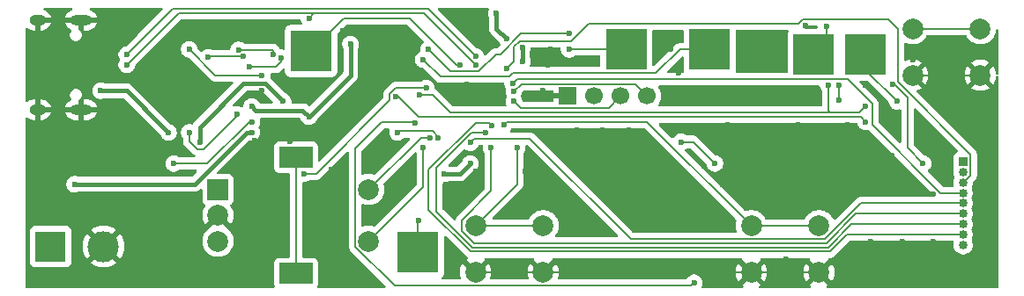
<source format=gbl>
G04 #@! TF.GenerationSoftware,KiCad,Pcbnew,9.0.3*
G04 #@! TF.CreationDate,2025-08-18T18:11:48-04:00*
G04 #@! TF.ProjectId,Calender,43616c65-6e64-4657-922e-6b696361645f,rev?*
G04 #@! TF.SameCoordinates,Original*
G04 #@! TF.FileFunction,Copper,L2,Bot*
G04 #@! TF.FilePolarity,Positive*
%FSLAX46Y46*%
G04 Gerber Fmt 4.6, Leading zero omitted, Abs format (unit mm)*
G04 Created by KiCad (PCBNEW 9.0.3) date 2025-08-18 18:11:48*
%MOMM*%
%LPD*%
G01*
G04 APERTURE LIST*
G04 #@! TA.AperFunction,ComponentPad*
%ADD10C,2.000000*%
G04 #@! TD*
G04 #@! TA.AperFunction,ComponentPad*
%ADD11R,3.000000X3.000000*%
G04 #@! TD*
G04 #@! TA.AperFunction,ComponentPad*
%ADD12C,3.000000*%
G04 #@! TD*
G04 #@! TA.AperFunction,ComponentPad*
%ADD13R,0.850000X0.850000*%
G04 #@! TD*
G04 #@! TA.AperFunction,ComponentPad*
%ADD14C,0.850000*%
G04 #@! TD*
G04 #@! TA.AperFunction,ComponentPad*
%ADD15R,2.000000X2.000000*%
G04 #@! TD*
G04 #@! TA.AperFunction,ComponentPad*
%ADD16R,3.200000X2.000000*%
G04 #@! TD*
G04 #@! TA.AperFunction,HeatsinkPad*
%ADD17O,2.100000X1.000000*%
G04 #@! TD*
G04 #@! TA.AperFunction,HeatsinkPad*
%ADD18O,1.600000X1.000000*%
G04 #@! TD*
G04 #@! TA.AperFunction,ComponentPad*
%ADD19R,1.700000X1.700000*%
G04 #@! TD*
G04 #@! TA.AperFunction,ComponentPad*
%ADD20C,1.700000*%
G04 #@! TD*
G04 #@! TA.AperFunction,SMDPad,CuDef*
%ADD21R,4.000000X4.000000*%
G04 #@! TD*
G04 #@! TA.AperFunction,ViaPad*
%ADD22C,0.600000*%
G04 #@! TD*
G04 #@! TA.AperFunction,Conductor*
%ADD23C,0.200000*%
G04 #@! TD*
G04 #@! TA.AperFunction,Conductor*
%ADD24C,0.400000*%
G04 #@! TD*
G04 APERTURE END LIST*
D10*
G04 #@! TO.P,SW3,1,1*
G04 #@! TO.N,PUSH_NEXT_DAY*
X214000000Y-136500000D03*
X220500000Y-136500000D03*
G04 #@! TO.P,SW3,2,2*
G04 #@! TO.N,GND*
X214000000Y-141000000D03*
X220500000Y-141000000D03*
G04 #@! TD*
D11*
G04 #@! TO.P,J3,1,Pin_1*
G04 #@! TO.N,vbat*
X146685578Y-138500000D03*
D12*
G04 #@! TO.P,J3,2,Pin_2*
G04 #@! TO.N,GND*
X151765578Y-138500000D03*
G04 #@! TD*
D13*
G04 #@! TO.P,J1,1,Pin_1*
G04 #@! TO.N,OUT_3.3V*
X234345000Y-130340000D03*
D14*
G04 #@! TO.P,J1,2,Pin_2*
G04 #@! TO.N,GND*
X234345000Y-131340000D03*
G04 #@! TO.P,J1,3,Pin_3*
G04 #@! TO.N,DIN*
X234345000Y-132340000D03*
G04 #@! TO.P,J1,4,Pin_4*
G04 #@! TO.N,CLK*
X234345000Y-133340000D03*
G04 #@! TO.P,J1,5,Pin_5*
G04 #@! TO.N,CS*
X234345000Y-134340000D03*
G04 #@! TO.P,J1,6,Pin_6*
G04 #@! TO.N,DC*
X234345000Y-135340000D03*
G04 #@! TO.P,J1,7,Pin_7*
G04 #@! TO.N,RST*
X234345000Y-136340000D03*
G04 #@! TO.P,J1,8,Pin_8*
G04 #@! TO.N,BUSY*
X234345000Y-137340000D03*
G04 #@! TO.P,J1,9,Pin_9*
G04 #@! TO.N,OUT_3.3V*
X234345000Y-138340000D03*
G04 #@! TD*
D15*
G04 #@! TO.P,SW1,A,A*
G04 #@! TO.N,ROT_A*
X162750000Y-133000000D03*
D10*
G04 #@! TO.P,SW1,B,B*
G04 #@! TO.N,ROT_B*
X162750000Y-138000000D03*
G04 #@! TO.P,SW1,C,C*
G04 #@! TO.N,GND*
X162750000Y-135500000D03*
D16*
G04 #@! TO.P,SW1,MP*
G04 #@! TO.N,N/C*
X170250000Y-129900000D03*
X170250000Y-141100000D03*
D10*
G04 #@! TO.P,SW1,S1,S1*
G04 #@! TO.N,PUSH_1*
X177250000Y-138000000D03*
G04 #@! TO.P,SW1,S2,S2*
G04 #@! TO.N,PUSH_2*
X177250000Y-133000000D03*
G04 #@! TD*
G04 #@! TO.P,SW2,1,1*
G04 #@! TO.N,Net-(R12-Pad2)*
X229500000Y-117500000D03*
X236000000Y-117500000D03*
G04 #@! TO.P,SW2,2,2*
G04 #@! TO.N,GND*
X229500000Y-122000000D03*
X236000000Y-122000000D03*
G04 #@! TD*
D17*
G04 #@! TO.P,J2,S1,SHIELD*
G04 #@! TO.N,GND*
X149605000Y-116680000D03*
D18*
X145425000Y-116680000D03*
D17*
X149605000Y-125320000D03*
D18*
X145425000Y-125320000D03*
G04 #@! TD*
D19*
G04 #@! TO.P,J4,1,Pin_1*
G04 #@! TO.N,GND*
X196380000Y-124000000D03*
D20*
G04 #@! TO.P,J4,2,Pin_2*
G04 #@! TO.N,OUT_3.3V*
X198920000Y-124000000D03*
G04 #@! TO.P,J4,3,Pin_3*
G04 #@! TO.N,SCK*
X201460000Y-124000000D03*
G04 #@! TO.P,J4,4,Pin_4*
G04 #@! TO.N,SDA*
X204000000Y-124000000D03*
G04 #@! TD*
D10*
G04 #@! TO.P,SW4,1,1*
G04 #@! TO.N,PUSH_BACK_DAY*
X187500000Y-136500000D03*
X194000000Y-136500000D03*
G04 #@! TO.P,SW4,2,2*
G04 #@! TO.N,GND*
X187500000Y-141000000D03*
X194000000Y-141000000D03*
G04 #@! TD*
D21*
G04 #@! TO.P,TP1,1,1*
G04 #@! TO.N,TXD*
X220000000Y-120000000D03*
G04 #@! TD*
G04 #@! TO.P,TP2,1,1*
G04 #@! TO.N,RXD*
X181968375Y-139061091D03*
G04 #@! TD*
G04 #@! TO.P,TP3,1,1*
G04 #@! TO.N,RESET*
X171705075Y-119656447D03*
G04 #@! TD*
G04 #@! TO.P,TP5,1,1*
G04 #@! TO.N,SWCLK*
X210000000Y-119500000D03*
G04 #@! TD*
G04 #@! TO.P,TP4,1,1*
G04 #@! TO.N,SWDIO*
X202000000Y-119500000D03*
G04 #@! TD*
G04 #@! TO.P,TP8,1,1*
G04 #@! TO.N,OUT_3.3V*
X225000000Y-120000000D03*
G04 #@! TD*
D22*
G04 #@! TO.N,GND*
X217372033Y-139719930D03*
X231500000Y-138000000D03*
X228500000Y-138000000D03*
X225500000Y-138000000D03*
X215000000Y-119500000D03*
X225000000Y-123000000D03*
X229500000Y-120500000D03*
X179812298Y-117464170D03*
X161000000Y-135500000D03*
X150000000Y-130500000D03*
X152500000Y-125000000D03*
X186714080Y-122857040D03*
X211000000Y-124000000D03*
X178500000Y-135500000D03*
X178349473Y-128616491D03*
X173687210Y-131087696D03*
G04 #@! TO.N,SDA*
X191176302Y-123593559D03*
G04 #@! TO.N,SWDIO*
X196500000Y-118000000D03*
X183000000Y-119500000D03*
X196500000Y-119500000D03*
G04 #@! TO.N,MOSI*
X208500000Y-142000000D03*
X181707377Y-126587444D03*
G04 #@! TO.N,SCK*
X207247005Y-128424771D03*
X210500000Y-130500000D03*
X191197501Y-124526296D03*
G04 #@! TO.N,MISO*
X183900000Y-128000000D03*
X180000000Y-127500000D03*
G04 #@! TO.N,RESET*
X186000000Y-121000000D03*
G04 #@! TO.N,SWCLK*
X182500000Y-120500000D03*
G04 #@! TO.N,vbus*
X160000000Y-127500000D03*
X158000000Y-127500000D03*
X164582591Y-125768468D03*
X151500000Y-123500000D03*
G04 #@! TO.N,GND*
X194750000Y-119500000D03*
X152500000Y-117000000D03*
X223250000Y-126750000D03*
X199750000Y-127250000D03*
X211250000Y-132500000D03*
X231500000Y-133500000D03*
X158000000Y-126000000D03*
X233000000Y-131340000D03*
X206250000Y-119500000D03*
X187500000Y-131276000D03*
X211000000Y-141000000D03*
X196750000Y-130000000D03*
X227500000Y-129750000D03*
X224250000Y-133500000D03*
X194500000Y-121000000D03*
X211750000Y-126750000D03*
X199000000Y-132000000D03*
X159337500Y-121837500D03*
X194000000Y-123500000D03*
X218500000Y-126750000D03*
X169662500Y-128337500D03*
X206500000Y-130250000D03*
X164750000Y-118224000D03*
X228250000Y-133500000D03*
X197500000Y-141000000D03*
X166250000Y-128276000D03*
X145500000Y-126500000D03*
X208000000Y-131750000D03*
X207000000Y-121750000D03*
X208000000Y-133750000D03*
X169508524Y-126326357D03*
X167000000Y-123500000D03*
X217250000Y-141000000D03*
X176499000Y-117776000D03*
X206500000Y-127250000D03*
X219175500Y-117175500D03*
X202250000Y-127250000D03*
X213000000Y-134250000D03*
X192250000Y-131276000D03*
X209500000Y-130750000D03*
X174750000Y-117750000D03*
X197250000Y-127250000D03*
X185500000Y-116506103D03*
G04 #@! TO.N,vbat*
X149000000Y-132500000D03*
X166000000Y-127500000D03*
G04 #@! TO.N,OUT_5V*
X171500000Y-126000000D03*
X166000000Y-125000000D03*
X175500000Y-119000000D03*
G04 #@! TO.N,D-*
X154000000Y-120000000D03*
X187524263Y-120175734D03*
G04 #@! TO.N,D+*
X154000000Y-121000000D03*
X171500000Y-116500000D03*
X187500000Y-121000000D03*
G04 #@! TO.N,Net-(U3-~{TE})*
X165203833Y-120186937D03*
X161818635Y-120283732D03*
G04 #@! TO.N,OUT_3.3V*
X189500000Y-116000000D03*
X187000000Y-130500000D03*
X184500000Y-131500000D03*
X169000000Y-124500000D03*
X190500000Y-118500000D03*
X228000000Y-124500000D03*
X192000000Y-119290122D03*
X161000000Y-128500000D03*
X192017438Y-120650000D03*
G04 #@! TO.N,Net-(U3-CE)*
X158500000Y-130500000D03*
X166000000Y-126500000D03*
G04 #@! TO.N,Net-(U3-PROG2)*
X167000000Y-122000000D03*
X160000000Y-119500000D03*
G04 #@! TO.N,Net-(U3-PROG3)*
X168100000Y-120000000D03*
X164733988Y-119539444D03*
G04 #@! TO.N,PUSH_1*
X182500000Y-129000000D03*
G04 #@! TO.N,PUSH_2*
X183100000Y-128000000D03*
G04 #@! TO.N,CLK*
X191065020Y-122796203D03*
G04 #@! TO.N,BUSY*
X189072496Y-126844651D03*
G04 #@! TO.N,DC*
X189000000Y-129000000D03*
G04 #@! TO.N,CS*
X187000000Y-128500000D03*
G04 #@! TO.N,DIN*
X190540131Y-121326232D03*
G04 #@! TO.N,RST*
X188500000Y-127500000D03*
G04 #@! TO.N,Net-(U5-RST)*
X222400000Y-122999000D03*
X222400000Y-124400000D03*
G04 #@! TO.N,Net-(U5-TOUT)*
X227546672Y-122873611D03*
X230500000Y-130500000D03*
G04 #@! TO.N,TXD*
X225000000Y-125000000D03*
X221400000Y-122999000D03*
X221200000Y-117300000D03*
X182139352Y-123912500D03*
G04 #@! TO.N,RXD*
X179853049Y-124050010D03*
X225000000Y-126500000D03*
X182000000Y-136000000D03*
G04 #@! TO.N,Net-(U3-~{PG})*
X168832154Y-120322420D03*
X165808282Y-121194058D03*
G04 #@! TO.N,PUSH_NEXT_DAY*
X190250000Y-126750000D03*
G04 #@! TO.N,PUSH_BACK_DAY*
X191500000Y-129000000D03*
G04 #@! TO.N,ROT_A*
X171000000Y-131500000D03*
X182772277Y-123227723D03*
G04 #@! TD*
D23*
G04 #@! TO.N,MISO*
X180000000Y-127500000D02*
X180101000Y-127399000D01*
X180101000Y-127399000D02*
X183348943Y-127399000D01*
X183348943Y-127399000D02*
X183900000Y-127950057D01*
X183900000Y-127950057D02*
X183900000Y-128000000D01*
G04 #@! TO.N,GND*
X197500000Y-141000000D02*
X211000000Y-141000000D01*
X194000000Y-141000000D02*
X197500000Y-141000000D01*
G04 #@! TO.N,Net-(U3-~{TE})*
X165203833Y-120186937D02*
X161915430Y-120186937D01*
X161915430Y-120186937D02*
X161818635Y-120283732D01*
G04 #@! TO.N,vbus*
X160000000Y-127500000D02*
X160000000Y-128349943D01*
X160000000Y-128349943D02*
X160751057Y-129101000D01*
X160751057Y-129101000D02*
X161399000Y-129101000D01*
X161399000Y-129101000D02*
X164582591Y-125917409D01*
X164582591Y-125917409D02*
X164582591Y-125768468D01*
D24*
X157500000Y-127000000D02*
X158000000Y-127500000D01*
X151500000Y-123500000D02*
X154000000Y-123500000D01*
X154000000Y-123500000D02*
X157500000Y-127000000D01*
D23*
G04 #@! TO.N,RESET*
X186000000Y-121000000D02*
X185650057Y-121000000D01*
X171705075Y-119656447D02*
X174861522Y-116500000D01*
X174861522Y-116500000D02*
X181150056Y-116500000D01*
X181150056Y-116500000D02*
X185650057Y-121000000D01*
G04 #@! TO.N,SWDIO*
X185116706Y-121616706D02*
X187819833Y-121616706D01*
X187819833Y-121616706D02*
X189468270Y-119968269D01*
X183000000Y-119500000D02*
X185116706Y-121616706D01*
X189468270Y-119968269D02*
X189904810Y-119968269D01*
X191873079Y-118000000D02*
X196500000Y-118000000D01*
X189904810Y-119968269D02*
X191873079Y-118000000D01*
D24*
G04 #@! TO.N,OUT_3.3V*
X190500000Y-118500000D02*
X189500000Y-117500000D01*
X189500000Y-117500000D02*
X189500000Y-116000000D01*
D23*
G04 #@! TO.N,SWCLK*
X182500000Y-120500000D02*
X184122388Y-122122388D01*
X190776612Y-122122388D02*
X191098000Y-121801000D01*
X184122388Y-122122388D02*
X190776612Y-122122388D01*
X191098000Y-121801000D02*
X204849000Y-121801000D01*
X204849000Y-121801000D02*
X207150000Y-119500000D01*
X207150000Y-119500000D02*
X210000000Y-119500000D01*
G04 #@! TO.N,CLK*
X223248943Y-122399000D02*
X191500000Y-122399000D01*
X191065020Y-122796203D02*
X191102797Y-122796203D01*
X191102797Y-122796203D02*
X191500000Y-122399000D01*
D24*
G04 #@! TO.N,OUT_3.3V*
X192017438Y-120649900D02*
X192000000Y-120632462D01*
X192017438Y-120650000D02*
X192017438Y-120649900D01*
X192000000Y-120632462D02*
X192000000Y-119290122D01*
D23*
G04 #@! TO.N,*
X170250000Y-129900000D02*
X170250000Y-141100000D01*
G04 #@! TO.N,SDA*
X204000000Y-124000000D02*
X202849000Y-122849000D01*
X202849000Y-122849000D02*
X202000000Y-122849000D01*
X202000000Y-122849000D02*
X191920861Y-122849000D01*
X191920861Y-122849000D02*
X191176302Y-123593559D01*
G04 #@! TO.N,SWDIO*
X202000000Y-119500000D02*
X196500000Y-119500000D01*
G04 #@! TO.N,MOSI*
X208199000Y-142301000D02*
X179711108Y-142301000D01*
X175949000Y-138538892D02*
X175949000Y-129051000D01*
X178500000Y-126500000D02*
X181619933Y-126500000D01*
X175949000Y-129051000D02*
X178500000Y-126500000D01*
X181619933Y-126500000D02*
X181707377Y-126587444D01*
X179711108Y-142301000D02*
X175949000Y-138538892D01*
X208500000Y-142000000D02*
X208199000Y-142301000D01*
G04 #@! TO.N,SCK*
X200309000Y-125151000D02*
X191822205Y-125151000D01*
X210500000Y-130500000D02*
X208424771Y-128424771D01*
X191822205Y-125151000D02*
X191197501Y-124526296D01*
X208424771Y-128424771D02*
X207247005Y-128424771D01*
X207247005Y-128424771D02*
X207500000Y-128424771D01*
X201460000Y-124000000D02*
X200309000Y-125151000D01*
G04 #@! TO.N,GND*
X211000000Y-141000000D02*
X214000000Y-141000000D01*
X236000000Y-122000000D02*
X229500000Y-122000000D01*
X214000000Y-141000000D02*
X217250000Y-141000000D01*
X217250000Y-141000000D02*
X220500000Y-141000000D01*
X187500000Y-141000000D02*
X194000000Y-141000000D01*
D24*
G04 #@! TO.N,vbat*
X165500000Y-127500000D02*
X166000000Y-127500000D01*
X160500000Y-132500000D02*
X165500000Y-127500000D01*
X149000000Y-132500000D02*
X160500000Y-132500000D01*
G04 #@! TO.N,OUT_5V*
X171500000Y-126000000D02*
X170898000Y-125398000D01*
X166398000Y-125398000D02*
X166000000Y-125000000D01*
X171500000Y-126000000D02*
X175500000Y-122000000D01*
X175500000Y-122000000D02*
X175500000Y-119000000D01*
X170898000Y-125398000D02*
X166398000Y-125398000D01*
D23*
G04 #@! TO.N,D-*
X182949529Y-115601000D02*
X158399000Y-115601000D01*
X187524263Y-120175734D02*
X182949529Y-115601000D01*
X155370409Y-118629591D02*
X154000000Y-120000000D01*
X158399000Y-115601000D02*
X155500321Y-118499679D01*
X155500321Y-118499679D02*
X155370409Y-118629591D01*
G04 #@! TO.N,D+*
X182502000Y-116002000D02*
X186923263Y-120423263D01*
X186923263Y-120423263D02*
X186923263Y-120424677D01*
X158998000Y-116002000D02*
X172000000Y-116002000D01*
X187275320Y-120776734D02*
X187276734Y-120776734D01*
X187276734Y-120776734D02*
X187500000Y-121000000D01*
X171502000Y-116500000D02*
X172000000Y-116002000D01*
X186923263Y-120424677D02*
X187275320Y-120776734D01*
X172000000Y-116002000D02*
X182502000Y-116002000D01*
X154000000Y-121000000D02*
X158998000Y-116002000D01*
X171500000Y-116500000D02*
X171502000Y-116500000D01*
D24*
G04 #@! TO.N,OUT_3.3V*
X186000000Y-131500000D02*
X187000000Y-130500000D01*
D23*
X225000000Y-121500000D02*
X228000000Y-124500000D01*
D24*
X184500000Y-131500000D02*
X186000000Y-131500000D01*
D23*
X225000000Y-120000000D02*
X225000000Y-121500000D01*
D24*
X161000000Y-127000000D02*
X161000000Y-128500000D01*
X167299000Y-122799000D02*
X165201000Y-122799000D01*
X165201000Y-122799000D02*
X161000000Y-127000000D01*
X169000000Y-124500000D02*
X167299000Y-122799000D01*
D23*
G04 #@! TO.N,Net-(U3-CE)*
X165750000Y-126500000D02*
X166000000Y-126500000D01*
X158500000Y-130500000D02*
X161750000Y-130500000D01*
X161750000Y-130500000D02*
X165750000Y-126500000D01*
G04 #@! TO.N,Net-(U3-PROG2)*
X160000000Y-119500000D02*
X162500000Y-122000000D01*
X162500000Y-122000000D02*
X167000000Y-122000000D01*
G04 #@! TO.N,Net-(U3-PROG3)*
X168039444Y-119539444D02*
X168100000Y-119600000D01*
X164733988Y-119539444D02*
X168039444Y-119539444D01*
X168100000Y-119600000D02*
X168100000Y-120000000D01*
G04 #@! TO.N,PUSH_1*
X177250000Y-138000000D02*
X182500000Y-132750000D01*
X182500000Y-132750000D02*
X182500000Y-129000000D01*
G04 #@! TO.N,PUSH_2*
X183100000Y-128000000D02*
X182250000Y-128000000D01*
X182250000Y-128000000D02*
X177250000Y-133000000D01*
G04 #@! TO.N,CLK*
X232192057Y-133340000D02*
X225601000Y-126748943D01*
X234345000Y-133340000D02*
X232192057Y-133340000D01*
X225601000Y-126748943D02*
X225601000Y-124751057D01*
X225601000Y-124751057D02*
X223248943Y-122399000D01*
G04 #@! TO.N,BUSY*
X221537192Y-139004000D02*
X187029908Y-139004000D01*
X183000000Y-134974092D02*
X183000000Y-131082957D01*
X183000000Y-131082957D02*
X187498117Y-126584840D01*
X187498117Y-126584840D02*
X188812685Y-126584840D01*
X234345000Y-137340000D02*
X223201192Y-137340000D01*
X187029908Y-139004000D02*
X183000000Y-134974092D01*
X188812685Y-126584840D02*
X189072496Y-126844651D01*
X223201192Y-137340000D02*
X221537192Y-139004000D01*
G04 #@! TO.N,DC*
X221204992Y-138202000D02*
X187362108Y-138202000D01*
X186199000Y-137038892D02*
X186199000Y-135961108D01*
X234345000Y-135340000D02*
X224066992Y-135340000D01*
X187362108Y-138202000D02*
X186199000Y-137038892D01*
X186199000Y-135961108D02*
X189000000Y-133160108D01*
X189000000Y-133160108D02*
X189000000Y-129000000D01*
X224066992Y-135340000D02*
X221204992Y-138202000D01*
G04 #@! TO.N,CS*
X187399000Y-128101000D02*
X187000000Y-128500000D01*
X202400000Y-137801000D02*
X192700000Y-128101000D01*
X224499892Y-134340000D02*
X221038892Y-137801000D01*
X221038892Y-137801000D02*
X202400000Y-137801000D01*
X234345000Y-134340000D02*
X224499892Y-134340000D01*
X192700000Y-128101000D02*
X187399000Y-128101000D01*
G04 #@! TO.N,DIN*
X228101000Y-117501000D02*
X228101000Y-122644000D01*
X227174500Y-116574500D02*
X228101000Y-117501000D01*
X234371720Y-132340000D02*
X234345000Y-132340000D01*
X235071000Y-131640720D02*
X234371720Y-132340000D01*
X191751057Y-118689122D02*
X196660821Y-118689122D01*
X235071000Y-129614000D02*
X235071000Y-131640720D01*
X228101000Y-122644000D02*
X235071000Y-129614000D01*
X190540131Y-121326232D02*
X191217535Y-120648828D01*
X198349943Y-117000000D02*
X218501057Y-117000000D01*
X218501057Y-117000000D02*
X218926557Y-116574500D01*
X218926557Y-116574500D02*
X227174500Y-116574500D01*
X191217535Y-119222644D02*
X191751057Y-118689122D01*
X196660821Y-118689122D02*
X198349943Y-117000000D01*
X191217535Y-120648828D02*
X191217535Y-119222644D01*
G04 #@! TO.N,RST*
X221371092Y-138603000D02*
X187196008Y-138603000D01*
X187196008Y-138603000D02*
X183748943Y-135155935D01*
X183748943Y-135155935D02*
X183748943Y-130901114D01*
X234345000Y-136340000D02*
X223634092Y-136340000D01*
X223634092Y-136340000D02*
X221371092Y-138603000D01*
X187114518Y-127535539D02*
X188468450Y-127535539D01*
X183748943Y-130901114D02*
X187114518Y-127535539D01*
G04 #@! TO.N,Net-(U5-RST)*
X222400000Y-124400000D02*
X222400000Y-122999000D01*
G04 #@! TO.N,Net-(U5-TOUT)*
X229000000Y-124110100D02*
X229000000Y-129000000D01*
X229000000Y-129000000D02*
X230500000Y-130500000D01*
X227610183Y-122810100D02*
X227700000Y-122810100D01*
X227700000Y-122810100D02*
X229000000Y-124110100D01*
X227546672Y-122873611D02*
X227610183Y-122810100D01*
G04 #@! TO.N,TXD*
X221600000Y-125601000D02*
X224399000Y-125601000D01*
X224399000Y-125601000D02*
X225000000Y-125000000D01*
X221200000Y-118800000D02*
X221200000Y-117300000D01*
X182139352Y-123912500D02*
X183412500Y-123912500D01*
X185101000Y-125601000D02*
X221600000Y-125601000D01*
X221400000Y-122999000D02*
X221400000Y-125401000D01*
X183412500Y-123912500D02*
X185101000Y-125601000D01*
X221400000Y-125401000D02*
X221600000Y-125601000D01*
X220000000Y-120000000D02*
X221200000Y-118800000D01*
G04 #@! TO.N,RXD*
X182002000Y-126002000D02*
X224502000Y-126002000D01*
X180050010Y-124050010D02*
X181500000Y-125500000D01*
X181500000Y-125500000D02*
X182002000Y-126002000D01*
X181968375Y-136031625D02*
X182000000Y-136000000D01*
X224502000Y-126002000D02*
X225000000Y-126500000D01*
X179853049Y-124050010D02*
X180050010Y-124050010D01*
X181968375Y-139061091D02*
X181968375Y-136031625D01*
G04 #@! TO.N,Net-(R12-Pad2)*
X236000000Y-117500000D02*
X229500000Y-117500000D01*
G04 #@! TO.N,Net-(U3-~{PG})*
X168305942Y-121194058D02*
X165808282Y-121194058D01*
X168832154Y-120322420D02*
X168832154Y-120667846D01*
X168832154Y-120667846D02*
X168305942Y-121194058D01*
G04 #@! TO.N,PUSH_NEXT_DAY*
X204000000Y-126500000D02*
X214000000Y-136500000D01*
X190500000Y-126500000D02*
X204000000Y-126500000D01*
X220500000Y-136500000D02*
X214000000Y-136500000D01*
X190250000Y-126750000D02*
X190500000Y-126500000D01*
G04 #@! TO.N,PUSH_BACK_DAY*
X187500000Y-136500000D02*
X191500000Y-132500000D01*
X191500000Y-132500000D02*
X191500000Y-129000000D01*
X187500000Y-136500000D02*
X194000000Y-136500000D01*
G04 #@! TO.N,ROT_A*
X179252049Y-124428959D02*
X172181008Y-131500000D01*
X179825393Y-123227723D02*
X179252049Y-123801067D01*
X182772277Y-123227723D02*
X179825393Y-123227723D01*
X179252049Y-123801067D02*
X179252049Y-124428959D01*
X172181008Y-131500000D02*
X171000000Y-131500000D01*
G04 #@! TD*
G04 #@! TA.AperFunction,Conductor*
G04 #@! TO.N,GND*
G36*
X148733087Y-115520185D02*
G01*
X148778842Y-115572989D01*
X148788786Y-115642147D01*
X148759761Y-115705703D01*
X148713500Y-115739061D01*
X148581328Y-115793807D01*
X148581315Y-115793814D01*
X148417537Y-115903248D01*
X148417533Y-115903251D01*
X148278251Y-116042533D01*
X148278248Y-116042537D01*
X148168814Y-116206315D01*
X148168807Y-116206328D01*
X148093430Y-116388307D01*
X148093430Y-116388309D01*
X148085138Y-116430000D01*
X148888012Y-116430000D01*
X148870795Y-116439940D01*
X148814940Y-116495795D01*
X148775444Y-116564204D01*
X148755000Y-116640504D01*
X148755000Y-116719496D01*
X148775444Y-116795796D01*
X148814940Y-116864205D01*
X148870795Y-116920060D01*
X148888012Y-116930000D01*
X148085138Y-116930000D01*
X148093430Y-116971690D01*
X148093430Y-116971692D01*
X148168807Y-117153671D01*
X148168814Y-117153684D01*
X148278248Y-117317462D01*
X148278251Y-117317466D01*
X148417533Y-117456748D01*
X148417537Y-117456751D01*
X148581315Y-117566185D01*
X148581328Y-117566192D01*
X148590838Y-117570131D01*
X148645243Y-117613970D01*
X148667310Y-117680264D01*
X148650033Y-117747963D01*
X148646350Y-117753405D01*
X148568719Y-117887863D01*
X148529500Y-118034234D01*
X148529500Y-118185765D01*
X148568719Y-118332136D01*
X148595321Y-118378211D01*
X148644485Y-118463365D01*
X148751635Y-118570515D01*
X148838778Y-118620827D01*
X148879809Y-118644517D01*
X148882865Y-118646281D01*
X149029234Y-118685500D01*
X149029236Y-118685500D01*
X149180764Y-118685500D01*
X149180766Y-118685500D01*
X149327135Y-118646281D01*
X149458365Y-118570515D01*
X149565515Y-118463365D01*
X149641281Y-118332135D01*
X149680500Y-118185766D01*
X149680500Y-118034234D01*
X149641281Y-117887865D01*
X149565515Y-117756635D01*
X149458365Y-117649485D01*
X149436427Y-117636819D01*
X149416998Y-117625601D01*
X149368784Y-117575033D01*
X149355000Y-117518215D01*
X149355000Y-116980000D01*
X149855000Y-116980000D01*
X149855000Y-117680000D01*
X150253492Y-117680000D01*
X150253495Y-117679999D01*
X150446681Y-117641572D01*
X150446693Y-117641569D01*
X150628671Y-117566192D01*
X150628684Y-117566185D01*
X150792462Y-117456751D01*
X150792466Y-117456748D01*
X150931748Y-117317466D01*
X150931751Y-117317462D01*
X151041185Y-117153684D01*
X151041192Y-117153671D01*
X151116569Y-116971692D01*
X151116569Y-116971690D01*
X151124862Y-116930000D01*
X150321988Y-116930000D01*
X150339205Y-116920060D01*
X150395060Y-116864205D01*
X150434556Y-116795796D01*
X150455000Y-116719496D01*
X150455000Y-116640504D01*
X150434556Y-116564204D01*
X150395060Y-116495795D01*
X150339205Y-116439940D01*
X150321988Y-116430000D01*
X151124862Y-116430000D01*
X151116569Y-116388309D01*
X151116569Y-116388307D01*
X151041192Y-116206328D01*
X151041185Y-116206315D01*
X150931751Y-116042537D01*
X150931748Y-116042533D01*
X150792466Y-115903251D01*
X150792462Y-115903248D01*
X150628684Y-115793814D01*
X150628671Y-115793807D01*
X150496500Y-115739061D01*
X150442096Y-115695220D01*
X150420031Y-115628926D01*
X150437310Y-115561227D01*
X150488447Y-115513616D01*
X150543952Y-115500500D01*
X157350903Y-115500500D01*
X157417942Y-115520185D01*
X157463697Y-115572989D01*
X157473641Y-115642147D01*
X157444616Y-115705703D01*
X157438584Y-115712181D01*
X155001693Y-118149072D01*
X153985339Y-119165425D01*
X153924016Y-119198910D01*
X153921850Y-119199361D01*
X153766508Y-119230261D01*
X153766498Y-119230264D01*
X153620827Y-119290602D01*
X153620814Y-119290609D01*
X153489711Y-119378210D01*
X153489707Y-119378213D01*
X153378213Y-119489707D01*
X153378210Y-119489711D01*
X153290609Y-119620814D01*
X153290602Y-119620827D01*
X153230264Y-119766498D01*
X153230261Y-119766510D01*
X153199500Y-119921153D01*
X153199500Y-120078846D01*
X153230261Y-120233489D01*
X153230264Y-120233501D01*
X153290602Y-120379172D01*
X153290609Y-120379185D01*
X153325304Y-120431109D01*
X153346182Y-120497786D01*
X153327698Y-120565167D01*
X153325304Y-120568891D01*
X153290609Y-120620814D01*
X153290602Y-120620827D01*
X153230264Y-120766498D01*
X153230261Y-120766510D01*
X153199500Y-120921153D01*
X153199500Y-121078846D01*
X153230261Y-121233489D01*
X153230264Y-121233501D01*
X153290602Y-121379172D01*
X153290609Y-121379185D01*
X153378210Y-121510288D01*
X153378213Y-121510292D01*
X153489707Y-121621786D01*
X153489711Y-121621789D01*
X153620814Y-121709390D01*
X153620827Y-121709397D01*
X153760844Y-121767393D01*
X153766503Y-121769737D01*
X153921153Y-121800499D01*
X153921156Y-121800500D01*
X153921158Y-121800500D01*
X154078844Y-121800500D01*
X154078845Y-121800499D01*
X154233497Y-121769737D01*
X154379179Y-121709394D01*
X154510289Y-121621789D01*
X154621789Y-121510289D01*
X154709394Y-121379179D01*
X154769737Y-121233497D01*
X154797735Y-121092742D01*
X154800638Y-121078150D01*
X154833023Y-121016239D01*
X154834518Y-121014716D01*
X159210416Y-116638819D01*
X159271739Y-116605334D01*
X159298097Y-116602500D01*
X170602442Y-116602500D01*
X170669481Y-116622185D01*
X170715236Y-116674989D01*
X170724059Y-116702309D01*
X170730261Y-116733489D01*
X170730263Y-116733498D01*
X170790602Y-116879172D01*
X170790609Y-116879185D01*
X170846650Y-116963056D01*
X170867528Y-117029734D01*
X170849043Y-117097114D01*
X170797064Y-117143804D01*
X170743548Y-117155947D01*
X169657204Y-117155947D01*
X169657198Y-117155948D01*
X169597591Y-117162355D01*
X169462746Y-117212649D01*
X169462739Y-117212653D01*
X169347530Y-117298899D01*
X169347527Y-117298902D01*
X169261281Y-117414111D01*
X169261277Y-117414118D01*
X169210983Y-117548964D01*
X169204576Y-117608563D01*
X169204575Y-117608582D01*
X169204575Y-119429222D01*
X169184890Y-119496261D01*
X169132086Y-119542016D01*
X169062928Y-119551960D01*
X169056384Y-119550839D01*
X168910999Y-119521920D01*
X168910996Y-119521920D01*
X168805360Y-119521920D01*
X168775919Y-119513275D01*
X168745933Y-119506752D01*
X168740917Y-119502997D01*
X168738321Y-119502235D01*
X168717679Y-119485601D01*
X168704770Y-119472692D01*
X168672677Y-119417105D01*
X168659577Y-119368215D01*
X168621175Y-119301701D01*
X168580520Y-119231284D01*
X168468716Y-119119480D01*
X168408160Y-119058924D01*
X168408158Y-119058923D01*
X168408153Y-119058919D01*
X168305235Y-118999500D01*
X168305232Y-118999499D01*
X168271230Y-118979867D01*
X168271231Y-118979867D01*
X168210137Y-118963497D01*
X168118501Y-118938943D01*
X167960387Y-118938943D01*
X167952791Y-118938943D01*
X167952775Y-118938944D01*
X165313754Y-118938944D01*
X165246715Y-118919259D01*
X165244863Y-118918046D01*
X165113173Y-118830053D01*
X165113160Y-118830046D01*
X164967489Y-118769708D01*
X164967477Y-118769705D01*
X164812833Y-118738944D01*
X164812830Y-118738944D01*
X164655146Y-118738944D01*
X164655143Y-118738944D01*
X164500498Y-118769705D01*
X164500486Y-118769708D01*
X164354815Y-118830046D01*
X164354802Y-118830053D01*
X164223699Y-118917654D01*
X164223695Y-118917657D01*
X164112201Y-119029151D01*
X164112198Y-119029155D01*
X164024597Y-119160258D01*
X164024590Y-119160271D01*
X163964252Y-119305942D01*
X163964249Y-119305954D01*
X163933488Y-119460597D01*
X163933488Y-119462437D01*
X163933215Y-119463364D01*
X163932891Y-119466662D01*
X163932265Y-119466600D01*
X163913803Y-119529476D01*
X163860999Y-119575231D01*
X163809488Y-119586437D01*
X162251510Y-119586437D01*
X162204298Y-119574602D01*
X162203443Y-119576669D01*
X162052136Y-119513996D01*
X162052124Y-119513993D01*
X161897480Y-119483232D01*
X161897477Y-119483232D01*
X161739793Y-119483232D01*
X161739790Y-119483232D01*
X161585145Y-119513993D01*
X161585133Y-119513996D01*
X161439462Y-119574334D01*
X161439449Y-119574341D01*
X161308346Y-119661942D01*
X161247442Y-119722846D01*
X161186118Y-119756330D01*
X161116427Y-119751345D01*
X161072080Y-119722845D01*
X160834574Y-119485339D01*
X160801089Y-119424016D01*
X160800638Y-119421849D01*
X160774531Y-119290606D01*
X160769737Y-119266503D01*
X160756062Y-119233489D01*
X160709397Y-119120827D01*
X160709390Y-119120814D01*
X160621789Y-118989711D01*
X160621786Y-118989707D01*
X160510292Y-118878213D01*
X160510288Y-118878210D01*
X160379185Y-118790609D01*
X160379172Y-118790602D01*
X160233501Y-118730264D01*
X160233489Y-118730261D01*
X160078845Y-118699500D01*
X160078842Y-118699500D01*
X159921158Y-118699500D01*
X159921155Y-118699500D01*
X159766510Y-118730261D01*
X159766498Y-118730264D01*
X159620827Y-118790602D01*
X159620814Y-118790609D01*
X159489711Y-118878210D01*
X159489707Y-118878213D01*
X159378213Y-118989707D01*
X159378210Y-118989711D01*
X159290609Y-119120814D01*
X159290602Y-119120827D01*
X159230264Y-119266498D01*
X159230261Y-119266510D01*
X159199500Y-119421153D01*
X159199500Y-119578846D01*
X159230261Y-119733489D01*
X159230264Y-119733501D01*
X159290602Y-119879172D01*
X159290609Y-119879185D01*
X159378210Y-120010288D01*
X159378213Y-120010292D01*
X159489707Y-120121786D01*
X159489711Y-120121789D01*
X159620814Y-120209390D01*
X159620827Y-120209397D01*
X159742317Y-120259719D01*
X159766503Y-120269737D01*
X159831147Y-120282595D01*
X159921849Y-120300638D01*
X159983760Y-120333023D01*
X159985339Y-120334574D01*
X162015139Y-122364374D01*
X162015149Y-122364385D01*
X162019479Y-122368715D01*
X162019480Y-122368716D01*
X162131284Y-122480520D01*
X162186708Y-122512518D01*
X162218095Y-122530639D01*
X162218097Y-122530641D01*
X162251628Y-122550000D01*
X162268215Y-122559577D01*
X162420943Y-122600501D01*
X162420946Y-122600501D01*
X162586653Y-122600501D01*
X162586669Y-122600500D01*
X164109481Y-122600500D01*
X164176520Y-122620185D01*
X164222275Y-122672989D01*
X164232219Y-122742147D01*
X164203194Y-122805703D01*
X164197162Y-122812181D01*
X160455888Y-126553453D01*
X160455885Y-126553456D01*
X160379221Y-126668192D01*
X160378308Y-126669902D01*
X160377594Y-126670628D01*
X160375840Y-126673254D01*
X160375341Y-126672921D01*
X160329341Y-126719742D01*
X160261202Y-126735196D01*
X160239505Y-126731281D01*
X160239472Y-126731451D01*
X160078845Y-126699500D01*
X160078842Y-126699500D01*
X159921158Y-126699500D01*
X159921155Y-126699500D01*
X159766510Y-126730261D01*
X159766498Y-126730264D01*
X159620827Y-126790602D01*
X159620814Y-126790609D01*
X159489711Y-126878210D01*
X159489707Y-126878213D01*
X159378213Y-126989707D01*
X159378210Y-126989711D01*
X159290609Y-127120814D01*
X159290602Y-127120827D01*
X159230264Y-127266498D01*
X159230261Y-127266510D01*
X159199500Y-127421153D01*
X159199500Y-127578846D01*
X159230261Y-127733489D01*
X159230264Y-127733501D01*
X159290602Y-127879172D01*
X159290609Y-127879185D01*
X159378602Y-128010874D01*
X159384252Y-128028920D01*
X159394477Y-128044830D01*
X159398928Y-128075789D01*
X159399480Y-128077551D01*
X159399500Y-128079765D01*
X159399500Y-128263273D01*
X159399499Y-128263291D01*
X159399499Y-128428997D01*
X159399498Y-128428997D01*
X159440423Y-128581728D01*
X159465694Y-128625497D01*
X159465695Y-128625501D01*
X159465696Y-128625501D01*
X159516187Y-128712956D01*
X159519479Y-128718657D01*
X159519481Y-128718660D01*
X159638349Y-128837528D01*
X159638355Y-128837533D01*
X160266196Y-129465374D01*
X160266206Y-129465385D01*
X160270536Y-129469715D01*
X160270537Y-129469716D01*
X160382341Y-129581520D01*
X160452090Y-129621789D01*
X160519272Y-129660577D01*
X160523106Y-129661604D01*
X160533346Y-129667347D01*
X160552837Y-129687284D01*
X160574549Y-129704781D01*
X160576926Y-129711925D01*
X160582189Y-129717308D01*
X160587806Y-129744616D01*
X160596613Y-129771075D01*
X160594750Y-129778369D01*
X160596268Y-129785744D01*
X160586229Y-129811756D01*
X160579333Y-129838774D01*
X160573822Y-129843904D01*
X160571112Y-129850928D01*
X160548604Y-129867383D01*
X160528196Y-129886384D01*
X160519949Y-129888332D01*
X160514709Y-129892164D01*
X160499988Y-129893049D01*
X160472692Y-129899500D01*
X159079766Y-129899500D01*
X159012727Y-129879815D01*
X159010875Y-129878602D01*
X158879185Y-129790609D01*
X158879172Y-129790602D01*
X158733501Y-129730264D01*
X158733489Y-129730261D01*
X158578845Y-129699500D01*
X158578842Y-129699500D01*
X158421158Y-129699500D01*
X158421155Y-129699500D01*
X158266510Y-129730261D01*
X158266498Y-129730264D01*
X158120827Y-129790602D01*
X158120814Y-129790609D01*
X157989711Y-129878210D01*
X157989707Y-129878213D01*
X157878213Y-129989707D01*
X157878210Y-129989711D01*
X157790609Y-130120814D01*
X157790602Y-130120827D01*
X157730264Y-130266498D01*
X157730261Y-130266510D01*
X157699500Y-130421153D01*
X157699500Y-130578846D01*
X157730261Y-130733489D01*
X157730264Y-130733501D01*
X157790602Y-130879172D01*
X157790609Y-130879185D01*
X157878210Y-131010288D01*
X157878213Y-131010292D01*
X157989707Y-131121786D01*
X157989711Y-131121789D01*
X158120814Y-131209390D01*
X158120827Y-131209397D01*
X158240801Y-131259091D01*
X158266503Y-131269737D01*
X158369739Y-131290272D01*
X158421153Y-131300499D01*
X158421156Y-131300500D01*
X158421158Y-131300500D01*
X158578844Y-131300500D01*
X158578845Y-131300499D01*
X158733497Y-131269737D01*
X158879179Y-131209394D01*
X158979546Y-131142331D01*
X159010875Y-131121398D01*
X159077553Y-131100520D01*
X159079766Y-131100500D01*
X160609481Y-131100500D01*
X160676520Y-131120185D01*
X160722275Y-131172989D01*
X160732219Y-131242147D01*
X160703194Y-131305703D01*
X160697162Y-131312181D01*
X160246162Y-131763181D01*
X160184839Y-131796666D01*
X160158481Y-131799500D01*
X149425316Y-131799500D01*
X149377864Y-131790061D01*
X149233501Y-131730264D01*
X149233489Y-131730261D01*
X149078845Y-131699500D01*
X149078842Y-131699500D01*
X148921158Y-131699500D01*
X148921155Y-131699500D01*
X148766510Y-131730261D01*
X148766498Y-131730264D01*
X148620827Y-131790602D01*
X148620814Y-131790609D01*
X148489711Y-131878210D01*
X148489707Y-131878213D01*
X148378213Y-131989707D01*
X148378210Y-131989711D01*
X148290609Y-132120814D01*
X148290602Y-132120827D01*
X148230264Y-132266498D01*
X148230261Y-132266510D01*
X148199500Y-132421153D01*
X148199500Y-132578846D01*
X148230261Y-132733489D01*
X148230264Y-132733501D01*
X148290602Y-132879172D01*
X148290609Y-132879185D01*
X148378210Y-133010288D01*
X148378213Y-133010292D01*
X148489707Y-133121786D01*
X148489711Y-133121789D01*
X148620814Y-133209390D01*
X148620827Y-133209397D01*
X148716067Y-133248846D01*
X148766503Y-133269737D01*
X148921153Y-133300499D01*
X148921156Y-133300500D01*
X148921158Y-133300500D01*
X149078844Y-133300500D01*
X149078845Y-133300499D01*
X149233497Y-133269737D01*
X149308963Y-133238478D01*
X149377864Y-133209939D01*
X149425316Y-133200500D01*
X160568996Y-133200500D01*
X160660040Y-133182389D01*
X160704328Y-133173580D01*
X160768069Y-133147177D01*
X160831807Y-133120777D01*
X160831808Y-133120776D01*
X160831811Y-133120775D01*
X160946543Y-133044114D01*
X161037819Y-132952837D01*
X161099141Y-132919353D01*
X161168833Y-132924337D01*
X161224767Y-132966208D01*
X161249184Y-133031672D01*
X161249500Y-133040519D01*
X161249500Y-134047870D01*
X161249501Y-134047876D01*
X161255908Y-134107483D01*
X161306202Y-134242328D01*
X161306206Y-134242335D01*
X161392452Y-134357544D01*
X161392453Y-134357544D01*
X161392454Y-134357546D01*
X161436563Y-134390566D01*
X161510599Y-134445990D01*
X161552469Y-134501924D01*
X161557453Y-134571615D01*
X161536605Y-134618141D01*
X161467087Y-134713824D01*
X161359897Y-134924197D01*
X161286934Y-135148752D01*
X161250000Y-135381947D01*
X161250000Y-135618052D01*
X161286934Y-135851247D01*
X161359897Y-136075802D01*
X161467087Y-136286174D01*
X161527338Y-136369104D01*
X161527340Y-136369105D01*
X162267037Y-135629408D01*
X162284075Y-135692993D01*
X162349901Y-135807007D01*
X162442993Y-135900099D01*
X162557007Y-135965925D01*
X162620590Y-135982962D01*
X161874280Y-136729271D01*
X161865105Y-136772947D01*
X161828739Y-136814615D01*
X161772490Y-136855482D01*
X161605485Y-137022487D01*
X161605485Y-137022488D01*
X161605483Y-137022490D01*
X161548805Y-137100500D01*
X161466657Y-137213566D01*
X161359433Y-137424003D01*
X161286446Y-137648631D01*
X161249500Y-137881902D01*
X161249500Y-138118097D01*
X161286446Y-138351368D01*
X161359433Y-138575996D01*
X161458628Y-138770675D01*
X161466657Y-138786433D01*
X161605483Y-138977510D01*
X161772490Y-139144517D01*
X161963567Y-139283343D01*
X162062991Y-139334002D01*
X162174003Y-139390566D01*
X162174005Y-139390566D01*
X162174008Y-139390568D01*
X162294412Y-139429689D01*
X162398631Y-139463553D01*
X162631903Y-139500500D01*
X162631908Y-139500500D01*
X162868097Y-139500500D01*
X163101368Y-139463553D01*
X163325992Y-139390568D01*
X163536433Y-139283343D01*
X163727510Y-139144517D01*
X163894517Y-138977510D01*
X164033343Y-138786433D01*
X164140568Y-138575992D01*
X164213553Y-138351368D01*
X164229791Y-138248846D01*
X164250500Y-138118097D01*
X164250500Y-137881902D01*
X164213553Y-137648631D01*
X164157952Y-137477510D01*
X164140568Y-137424008D01*
X164140566Y-137424005D01*
X164140566Y-137424003D01*
X164063948Y-137273633D01*
X164033343Y-137213567D01*
X163894517Y-137022490D01*
X163727510Y-136855483D01*
X163671259Y-136814614D01*
X163628595Y-136759284D01*
X163623902Y-136727455D01*
X162879408Y-135982962D01*
X162942993Y-135965925D01*
X163057007Y-135900099D01*
X163150099Y-135807007D01*
X163215925Y-135692993D01*
X163232962Y-135629409D01*
X163972658Y-136369105D01*
X163972658Y-136369104D01*
X164032914Y-136286169D01*
X164032918Y-136286163D01*
X164140102Y-136075802D01*
X164213065Y-135851247D01*
X164250000Y-135618052D01*
X164250000Y-135381947D01*
X164213065Y-135148752D01*
X164140102Y-134924197D01*
X164032914Y-134713828D01*
X163963394Y-134618142D01*
X163939914Y-134552335D01*
X163955739Y-134484281D01*
X163989401Y-134445989D01*
X163992329Y-134443796D01*
X163992331Y-134443796D01*
X164107546Y-134357546D01*
X164193796Y-134242331D01*
X164244091Y-134107483D01*
X164250500Y-134047873D01*
X164250499Y-131952128D01*
X164244091Y-131892517D01*
X164239134Y-131879227D01*
X164193797Y-131757671D01*
X164193793Y-131757664D01*
X164107547Y-131642455D01*
X164107544Y-131642452D01*
X163992335Y-131556206D01*
X163992328Y-131556202D01*
X163857482Y-131505908D01*
X163857483Y-131505908D01*
X163797883Y-131499501D01*
X163797881Y-131499500D01*
X163797873Y-131499500D01*
X163797865Y-131499500D01*
X162790518Y-131499500D01*
X162723479Y-131479815D01*
X162677724Y-131427011D01*
X162667780Y-131357853D01*
X162696805Y-131294297D01*
X162702837Y-131287819D01*
X164183139Y-129807517D01*
X165681616Y-128309039D01*
X165742937Y-128275556D01*
X165793486Y-128275105D01*
X165921153Y-128300499D01*
X165921156Y-128300500D01*
X165921158Y-128300500D01*
X166078844Y-128300500D01*
X166078845Y-128300499D01*
X166233497Y-128269737D01*
X166379179Y-128209394D01*
X166510289Y-128121789D01*
X166621789Y-128010289D01*
X166709394Y-127879179D01*
X166769737Y-127733497D01*
X166800500Y-127578842D01*
X166800500Y-127421158D01*
X166800500Y-127421155D01*
X166800499Y-127421153D01*
X166783921Y-127337809D01*
X166769737Y-127266503D01*
X166764491Y-127253838D01*
X166709396Y-127120825D01*
X166709394Y-127120822D01*
X166709394Y-127120821D01*
X166674694Y-127068889D01*
X166653816Y-127002215D01*
X166672300Y-126934835D01*
X166674676Y-126931136D01*
X166709394Y-126879179D01*
X166769737Y-126733497D01*
X166800500Y-126578842D01*
X166800500Y-126421158D01*
X166800500Y-126421155D01*
X166800499Y-126421153D01*
X166792150Y-126379179D01*
X166769737Y-126266503D01*
X166769732Y-126266492D01*
X166767969Y-126260676D01*
X166770097Y-126260030D01*
X166763699Y-126200476D01*
X166794977Y-126137999D01*
X166855068Y-126102350D01*
X166885727Y-126098500D01*
X170556481Y-126098500D01*
X170585921Y-126107144D01*
X170615908Y-126113668D01*
X170620923Y-126117422D01*
X170623520Y-126118185D01*
X170644162Y-126134819D01*
X170703928Y-126194585D01*
X170730808Y-126234814D01*
X170790602Y-126379172D01*
X170790609Y-126379185D01*
X170878210Y-126510288D01*
X170878213Y-126510292D01*
X170989707Y-126621786D01*
X170989711Y-126621789D01*
X171120814Y-126709390D01*
X171120827Y-126709397D01*
X171225753Y-126752858D01*
X171266503Y-126769737D01*
X171421153Y-126800499D01*
X171421156Y-126800500D01*
X171421158Y-126800500D01*
X171578844Y-126800500D01*
X171578845Y-126800499D01*
X171733497Y-126769737D01*
X171879179Y-126709394D01*
X172010289Y-126621789D01*
X172121789Y-126510289D01*
X172209394Y-126379179D01*
X172209395Y-126379176D01*
X172209397Y-126379173D01*
X172256063Y-126266510D01*
X172269192Y-126234810D01*
X172296071Y-126194585D01*
X176044114Y-122446543D01*
X176120775Y-122331811D01*
X176173580Y-122204329D01*
X176183005Y-122156946D01*
X176200500Y-122068993D01*
X176200500Y-119425316D01*
X176209939Y-119377864D01*
X176246082Y-119290606D01*
X176269737Y-119233497D01*
X176300500Y-119078842D01*
X176300500Y-118921158D01*
X176300500Y-118921155D01*
X176300499Y-118921153D01*
X176291100Y-118873903D01*
X176269737Y-118766503D01*
X176256066Y-118733497D01*
X176209397Y-118620827D01*
X176209390Y-118620814D01*
X176121789Y-118489711D01*
X176121786Y-118489707D01*
X176010292Y-118378213D01*
X176010288Y-118378210D01*
X175879185Y-118290609D01*
X175879172Y-118290602D01*
X175733501Y-118230264D01*
X175733489Y-118230261D01*
X175578845Y-118199500D01*
X175578842Y-118199500D01*
X175421158Y-118199500D01*
X175421155Y-118199500D01*
X175266510Y-118230261D01*
X175266498Y-118230264D01*
X175120827Y-118290602D01*
X175120814Y-118290609D01*
X174989711Y-118378210D01*
X174989707Y-118378213D01*
X174878213Y-118489707D01*
X174878210Y-118489711D01*
X174790609Y-118620814D01*
X174790602Y-118620827D01*
X174730264Y-118766498D01*
X174730261Y-118766510D01*
X174699500Y-118921153D01*
X174699500Y-119078846D01*
X174730261Y-119233489D01*
X174730264Y-119233501D01*
X174790061Y-119377864D01*
X174799500Y-119425316D01*
X174799500Y-121658481D01*
X174779815Y-121725520D01*
X174763181Y-121746162D01*
X171587681Y-124921661D01*
X171526358Y-124955146D01*
X171456666Y-124950162D01*
X171412319Y-124921661D01*
X171344545Y-124853887D01*
X171229807Y-124777222D01*
X171102332Y-124724421D01*
X171102322Y-124724418D01*
X170966996Y-124697500D01*
X170966994Y-124697500D01*
X170966993Y-124697500D01*
X169924500Y-124697500D01*
X169857461Y-124677815D01*
X169811706Y-124625011D01*
X169800500Y-124573500D01*
X169800500Y-124421155D01*
X169800499Y-124421153D01*
X169791671Y-124376771D01*
X169769737Y-124266503D01*
X169757442Y-124236819D01*
X169709397Y-124120827D01*
X169709390Y-124120814D01*
X169621789Y-123989711D01*
X169621786Y-123989707D01*
X169510292Y-123878213D01*
X169510288Y-123878210D01*
X169379185Y-123790609D01*
X169379172Y-123790602D01*
X169234814Y-123730808D01*
X169194585Y-123703928D01*
X167809041Y-122318384D01*
X167775556Y-122257061D01*
X167775105Y-122206511D01*
X167800500Y-122078844D01*
X167800500Y-121918558D01*
X167820185Y-121851519D01*
X167872989Y-121805764D01*
X167924500Y-121794558D01*
X168219273Y-121794558D01*
X168219289Y-121794559D01*
X168226885Y-121794559D01*
X168384996Y-121794559D01*
X168384999Y-121794559D01*
X168537727Y-121753635D01*
X168621253Y-121705411D01*
X168674658Y-121674578D01*
X168786462Y-121562774D01*
X168786462Y-121562772D01*
X168796666Y-121552569D01*
X168796670Y-121552564D01*
X168992896Y-121356337D01*
X169054217Y-121322854D01*
X169123909Y-121327838D01*
X169179842Y-121369710D01*
X169204259Y-121435174D01*
X169204575Y-121444020D01*
X169204575Y-121704316D01*
X169204576Y-121704323D01*
X169210983Y-121763930D01*
X169261277Y-121898775D01*
X169261281Y-121898782D01*
X169347527Y-122013991D01*
X169347530Y-122013994D01*
X169462739Y-122100240D01*
X169462746Y-122100244D01*
X169597592Y-122150538D01*
X169597591Y-122150538D01*
X169604519Y-122151282D01*
X169657202Y-122156947D01*
X173752947Y-122156946D01*
X173812558Y-122150538D01*
X173947406Y-122100243D01*
X174062621Y-122013993D01*
X174148871Y-121898778D01*
X174199166Y-121763930D01*
X174205575Y-121704320D01*
X174205574Y-118056543D01*
X174225259Y-117989505D01*
X174241893Y-117968863D01*
X175073938Y-117136819D01*
X175135261Y-117103334D01*
X175161619Y-117100500D01*
X180849959Y-117100500D01*
X180916998Y-117120185D01*
X180937640Y-117136819D01*
X182496953Y-118696132D01*
X182530438Y-118757455D01*
X182525454Y-118827147D01*
X182492873Y-118872758D01*
X182494018Y-118873903D01*
X182378213Y-118989707D01*
X182378210Y-118989711D01*
X182290609Y-119120814D01*
X182290602Y-119120827D01*
X182230264Y-119266498D01*
X182230261Y-119266510D01*
X182199500Y-119421153D01*
X182199500Y-119578846D01*
X182212573Y-119644568D01*
X182206346Y-119714159D01*
X182163483Y-119769337D01*
X182138411Y-119783319D01*
X182120826Y-119790603D01*
X182120814Y-119790609D01*
X181989711Y-119878210D01*
X181989707Y-119878213D01*
X181878213Y-119989707D01*
X181878210Y-119989711D01*
X181790609Y-120120814D01*
X181790602Y-120120827D01*
X181730264Y-120266498D01*
X181730261Y-120266510D01*
X181699500Y-120421153D01*
X181699500Y-120578846D01*
X181730261Y-120733489D01*
X181730264Y-120733501D01*
X181790602Y-120879172D01*
X181790609Y-120879185D01*
X181878210Y-121010288D01*
X181878213Y-121010292D01*
X181989707Y-121121786D01*
X181989711Y-121121789D01*
X182120814Y-121209390D01*
X182120827Y-121209397D01*
X182212540Y-121247385D01*
X182266503Y-121269737D01*
X182320798Y-121280537D01*
X182421849Y-121300638D01*
X182483760Y-121333023D01*
X182485339Y-121334574D01*
X183637527Y-122486762D01*
X183637537Y-122486773D01*
X183641867Y-122491103D01*
X183641868Y-122491104D01*
X183753672Y-122602908D01*
X183836105Y-122650500D01*
X183890603Y-122681965D01*
X184043331Y-122722888D01*
X190140520Y-122722888D01*
X190207559Y-122742573D01*
X190253314Y-122795377D01*
X190264520Y-122846888D01*
X190264520Y-122875049D01*
X190295281Y-123029692D01*
X190295284Y-123029704D01*
X190355622Y-123175375D01*
X190355629Y-123175388D01*
X190397471Y-123238008D01*
X190418349Y-123304685D01*
X190408933Y-123354345D01*
X190406565Y-123360062D01*
X190406562Y-123360070D01*
X190375802Y-123514712D01*
X190375802Y-123672405D01*
X190406563Y-123827048D01*
X190406566Y-123827060D01*
X190466906Y-123972735D01*
X190466907Y-123972737D01*
X190466908Y-123972738D01*
X190479341Y-123991346D01*
X190489734Y-124006899D01*
X190510612Y-124073576D01*
X190492128Y-124140956D01*
X190489739Y-124144674D01*
X190488111Y-124147110D01*
X190488103Y-124147124D01*
X190427765Y-124292794D01*
X190427762Y-124292806D01*
X190397001Y-124447449D01*
X190397001Y-124605142D01*
X190427762Y-124759785D01*
X190427764Y-124759793D01*
X190456450Y-124829047D01*
X190463919Y-124898517D01*
X190432644Y-124960996D01*
X190372555Y-124996648D01*
X190341889Y-125000500D01*
X185401098Y-125000500D01*
X185334059Y-124980815D01*
X185313417Y-124964181D01*
X183900090Y-123550855D01*
X183900088Y-123550852D01*
X183781217Y-123431981D01*
X183781212Y-123431977D01*
X183660298Y-123362168D01*
X183660277Y-123362156D01*
X183659615Y-123361774D01*
X183644285Y-123352923D01*
X183643401Y-123352686D01*
X183636093Y-123348585D01*
X183616612Y-123328647D01*
X183594909Y-123311152D01*
X183592530Y-123304000D01*
X183587264Y-123298611D01*
X183581655Y-123271308D01*
X183572855Y-123244854D01*
X183572777Y-123240449D01*
X183572777Y-123148878D01*
X183572776Y-123148876D01*
X183567194Y-123120814D01*
X183542014Y-122994226D01*
X183526133Y-122955886D01*
X183481674Y-122848550D01*
X183481667Y-122848537D01*
X183394066Y-122717434D01*
X183394063Y-122717430D01*
X183282569Y-122605936D01*
X183282565Y-122605933D01*
X183151462Y-122518332D01*
X183151449Y-122518325D01*
X183005778Y-122457987D01*
X183005766Y-122457984D01*
X182851122Y-122427223D01*
X182851119Y-122427223D01*
X182693435Y-122427223D01*
X182693432Y-122427223D01*
X182538787Y-122457984D01*
X182538775Y-122457987D01*
X182393104Y-122518325D01*
X182393091Y-122518332D01*
X182261402Y-122606325D01*
X182194724Y-122627203D01*
X182192511Y-122627223D01*
X179912062Y-122627223D01*
X179912046Y-122627222D01*
X179904450Y-122627222D01*
X179746336Y-122627222D01*
X179593608Y-122668146D01*
X179593606Y-122668147D01*
X179566377Y-122683866D01*
X179566378Y-122683867D01*
X179456680Y-122747200D01*
X179456675Y-122747204D01*
X178771530Y-123432349D01*
X178771526Y-123432354D01*
X178729241Y-123505596D01*
X178729241Y-123505597D01*
X178692472Y-123569281D01*
X178682039Y-123608218D01*
X178651548Y-123722010D01*
X178651548Y-123722012D01*
X178651548Y-123890113D01*
X178651549Y-123890126D01*
X178651549Y-124128861D01*
X178631864Y-124195900D01*
X178615230Y-124216542D01*
X172562180Y-130269592D01*
X172500857Y-130303077D01*
X172431165Y-130298093D01*
X172375232Y-130256221D01*
X172350815Y-130190757D01*
X172350499Y-130181911D01*
X172350499Y-128852129D01*
X172350498Y-128852123D01*
X172350497Y-128852116D01*
X172344091Y-128792517D01*
X172338694Y-128778048D01*
X172293797Y-128657671D01*
X172293793Y-128657664D01*
X172207547Y-128542455D01*
X172207544Y-128542452D01*
X172092335Y-128456206D01*
X172092328Y-128456202D01*
X171957482Y-128405908D01*
X171957483Y-128405908D01*
X171897883Y-128399501D01*
X171897881Y-128399500D01*
X171897873Y-128399500D01*
X171897864Y-128399500D01*
X168602129Y-128399500D01*
X168602123Y-128399501D01*
X168542516Y-128405908D01*
X168407671Y-128456202D01*
X168407664Y-128456206D01*
X168292455Y-128542452D01*
X168292452Y-128542455D01*
X168206206Y-128657664D01*
X168206202Y-128657671D01*
X168155908Y-128792517D01*
X168151069Y-128837533D01*
X168149501Y-128852123D01*
X168149500Y-128852135D01*
X168149500Y-130947870D01*
X168149501Y-130947876D01*
X168155908Y-131007483D01*
X168206202Y-131142328D01*
X168206206Y-131142335D01*
X168292452Y-131257544D01*
X168292455Y-131257547D01*
X168407664Y-131343793D01*
X168407671Y-131343797D01*
X168542517Y-131394091D01*
X168542516Y-131394091D01*
X168549444Y-131394835D01*
X168602127Y-131400500D01*
X169525500Y-131400499D01*
X169592539Y-131420183D01*
X169638294Y-131472987D01*
X169649500Y-131524499D01*
X169649500Y-139475500D01*
X169629815Y-139542539D01*
X169577011Y-139588294D01*
X169525500Y-139599500D01*
X168602129Y-139599500D01*
X168602123Y-139599501D01*
X168542516Y-139605908D01*
X168407671Y-139656202D01*
X168407664Y-139656206D01*
X168292455Y-139742452D01*
X168292452Y-139742455D01*
X168206206Y-139857664D01*
X168206202Y-139857671D01*
X168155908Y-139992517D01*
X168149957Y-140047872D01*
X168149501Y-140052123D01*
X168149500Y-140052135D01*
X168149500Y-142147870D01*
X168149501Y-142147876D01*
X168155908Y-142207483D01*
X168202413Y-142332167D01*
X168207397Y-142401859D01*
X168173912Y-142463182D01*
X168112589Y-142496666D01*
X168086231Y-142499500D01*
X144384500Y-142499500D01*
X144317461Y-142479815D01*
X144271706Y-142427011D01*
X144260500Y-142375500D01*
X144260500Y-136952135D01*
X144685078Y-136952135D01*
X144685078Y-140047870D01*
X144685079Y-140047876D01*
X144691486Y-140107483D01*
X144741780Y-140242328D01*
X144741784Y-140242335D01*
X144828030Y-140357544D01*
X144828033Y-140357547D01*
X144943242Y-140443793D01*
X144943249Y-140443797D01*
X145078095Y-140494091D01*
X145078094Y-140494091D01*
X145085022Y-140494835D01*
X145137705Y-140500500D01*
X148233450Y-140500499D01*
X148293061Y-140494091D01*
X148427909Y-140443796D01*
X148543124Y-140357546D01*
X148629374Y-140242331D01*
X148679669Y-140107483D01*
X148686078Y-140047873D01*
X148686077Y-138368905D01*
X149765578Y-138368905D01*
X149765578Y-138631094D01*
X149799798Y-138891009D01*
X149799800Y-138891020D01*
X149867653Y-139144255D01*
X149967982Y-139386471D01*
X149967987Y-139386482D01*
X150099066Y-139613516D01*
X150099072Y-139613524D01*
X150185658Y-139726365D01*
X151080345Y-138831677D01*
X151092075Y-138859995D01*
X151175248Y-138984472D01*
X151281106Y-139090330D01*
X151405583Y-139173503D01*
X151433898Y-139185231D01*
X150539211Y-140079917D01*
X150539211Y-140079918D01*
X150652053Y-140166505D01*
X150652061Y-140166511D01*
X150879095Y-140297590D01*
X150879106Y-140297595D01*
X151121322Y-140397924D01*
X151374557Y-140465777D01*
X151374568Y-140465779D01*
X151634483Y-140499999D01*
X151634498Y-140500000D01*
X151896658Y-140500000D01*
X151896672Y-140499999D01*
X152156587Y-140465779D01*
X152156598Y-140465777D01*
X152409833Y-140397924D01*
X152652049Y-140297595D01*
X152652060Y-140297590D01*
X152879094Y-140166511D01*
X152879112Y-140166499D01*
X152991943Y-140079919D01*
X152991943Y-140079917D01*
X152097257Y-139185231D01*
X152125573Y-139173503D01*
X152250050Y-139090330D01*
X152355908Y-138984472D01*
X152439081Y-138859995D01*
X152450809Y-138831679D01*
X153345495Y-139726365D01*
X153345497Y-139726365D01*
X153432077Y-139613534D01*
X153432089Y-139613516D01*
X153563168Y-139386482D01*
X153563173Y-139386471D01*
X153663502Y-139144255D01*
X153731355Y-138891020D01*
X153731357Y-138891009D01*
X153765577Y-138631094D01*
X153765578Y-138631080D01*
X153765578Y-138368919D01*
X153765577Y-138368905D01*
X153731357Y-138108990D01*
X153731356Y-138108983D01*
X153677806Y-137909130D01*
X153677806Y-137909128D01*
X153663502Y-137855745D01*
X153563173Y-137613528D01*
X153563168Y-137613517D01*
X153432089Y-137386483D01*
X153432083Y-137386475D01*
X153345496Y-137273633D01*
X153345495Y-137273633D01*
X152450809Y-138168319D01*
X152439081Y-138140005D01*
X152355908Y-138015528D01*
X152250050Y-137909670D01*
X152125573Y-137826497D01*
X152097255Y-137814767D01*
X152991943Y-136920080D01*
X152879102Y-136833494D01*
X152879094Y-136833488D01*
X152652060Y-136702409D01*
X152652049Y-136702404D01*
X152409833Y-136602075D01*
X152156598Y-136534222D01*
X152156587Y-136534220D01*
X151896672Y-136500000D01*
X151634483Y-136500000D01*
X151374568Y-136534220D01*
X151374557Y-136534222D01*
X151121322Y-136602075D01*
X150879106Y-136702404D01*
X150879095Y-136702409D01*
X150652049Y-136833496D01*
X150539211Y-136920079D01*
X150539211Y-136920080D01*
X151433899Y-137814768D01*
X151405583Y-137826497D01*
X151281106Y-137909670D01*
X151175248Y-138015528D01*
X151092075Y-138140005D01*
X151080346Y-138168321D01*
X150185658Y-137273633D01*
X150185657Y-137273633D01*
X150099074Y-137386471D01*
X149967987Y-137613517D01*
X149967982Y-137613528D01*
X149867653Y-137855744D01*
X149799800Y-138108979D01*
X149799798Y-138108990D01*
X149765578Y-138368905D01*
X148686077Y-138368905D01*
X148686077Y-136952128D01*
X148680109Y-136896613D01*
X148679669Y-136892516D01*
X148629375Y-136757671D01*
X148629371Y-136757664D01*
X148543125Y-136642455D01*
X148543122Y-136642452D01*
X148427913Y-136556206D01*
X148427906Y-136556202D01*
X148293060Y-136505908D01*
X148293061Y-136505908D01*
X148233461Y-136499501D01*
X148233459Y-136499500D01*
X148233451Y-136499500D01*
X148233442Y-136499500D01*
X145137707Y-136499500D01*
X145137701Y-136499501D01*
X145078094Y-136505908D01*
X144943249Y-136556202D01*
X144943242Y-136556206D01*
X144828033Y-136642452D01*
X144828030Y-136642455D01*
X144741784Y-136757664D01*
X144741780Y-136757671D01*
X144691486Y-136892517D01*
X144685079Y-136952116D01*
X144685079Y-136952123D01*
X144685078Y-136952135D01*
X144260500Y-136952135D01*
X144260500Y-126169077D01*
X144280185Y-126102038D01*
X144332989Y-126056283D01*
X144402147Y-126046339D01*
X144465703Y-126075364D01*
X144472181Y-126081396D01*
X144487533Y-126096748D01*
X144487537Y-126096751D01*
X144651315Y-126206185D01*
X144651328Y-126206192D01*
X144833306Y-126281569D01*
X144833318Y-126281572D01*
X145026504Y-126319999D01*
X145026508Y-126320000D01*
X145175000Y-126320000D01*
X145175000Y-125620000D01*
X145675000Y-125620000D01*
X145675000Y-126320000D01*
X145823492Y-126320000D01*
X145823495Y-126319999D01*
X146016681Y-126281572D01*
X146016693Y-126281569D01*
X146198671Y-126206192D01*
X146198684Y-126206185D01*
X146362462Y-126096751D01*
X146362466Y-126096748D01*
X146501748Y-125957466D01*
X146501751Y-125957462D01*
X146611185Y-125793684D01*
X146611192Y-125793671D01*
X146686569Y-125611692D01*
X146686569Y-125611690D01*
X146694862Y-125570000D01*
X145891988Y-125570000D01*
X145909205Y-125560060D01*
X145965060Y-125504205D01*
X146004556Y-125435796D01*
X146025000Y-125359496D01*
X146025000Y-125280504D01*
X146004556Y-125204204D01*
X145965060Y-125135795D01*
X145909205Y-125079940D01*
X145891988Y-125070000D01*
X146694862Y-125070000D01*
X148085138Y-125070000D01*
X148888012Y-125070000D01*
X148870795Y-125079940D01*
X148814940Y-125135795D01*
X148775444Y-125204204D01*
X148755000Y-125280504D01*
X148755000Y-125359496D01*
X148775444Y-125435796D01*
X148814940Y-125504205D01*
X148870795Y-125560060D01*
X148888012Y-125570000D01*
X148085138Y-125570000D01*
X148093430Y-125611690D01*
X148093430Y-125611692D01*
X148168807Y-125793671D01*
X148168814Y-125793684D01*
X148278248Y-125957462D01*
X148278251Y-125957466D01*
X148417533Y-126096748D01*
X148417537Y-126096751D01*
X148581315Y-126206185D01*
X148581328Y-126206192D01*
X148763306Y-126281569D01*
X148763318Y-126281572D01*
X148956504Y-126319999D01*
X148956508Y-126320000D01*
X149355000Y-126320000D01*
X149355000Y-125620000D01*
X149855000Y-125620000D01*
X149855000Y-126320000D01*
X150253492Y-126320000D01*
X150253495Y-126319999D01*
X150446681Y-126281572D01*
X150446693Y-126281569D01*
X150628671Y-126206192D01*
X150628684Y-126206185D01*
X150792462Y-126096751D01*
X150792466Y-126096748D01*
X150931748Y-125957466D01*
X150931751Y-125957462D01*
X151041185Y-125793684D01*
X151041192Y-125793671D01*
X151116569Y-125611692D01*
X151116569Y-125611690D01*
X151124862Y-125570000D01*
X150321988Y-125570000D01*
X150339205Y-125560060D01*
X150395060Y-125504205D01*
X150434556Y-125435796D01*
X150455000Y-125359496D01*
X150455000Y-125280504D01*
X150434556Y-125204204D01*
X150395060Y-125135795D01*
X150339205Y-125079940D01*
X150321988Y-125070000D01*
X151124862Y-125070000D01*
X151116569Y-125028309D01*
X151116569Y-125028307D01*
X151041192Y-124846328D01*
X151041185Y-124846315D01*
X150931751Y-124682537D01*
X150931748Y-124682533D01*
X150792466Y-124543251D01*
X150792462Y-124543248D01*
X150628684Y-124433814D01*
X150628671Y-124433807D01*
X150446693Y-124358430D01*
X150446681Y-124358427D01*
X150253495Y-124320000D01*
X149855000Y-124320000D01*
X149855000Y-125020000D01*
X149355000Y-125020000D01*
X149355000Y-124481784D01*
X149374685Y-124414745D01*
X149417000Y-124374397D01*
X149417208Y-124374277D01*
X149458365Y-124350515D01*
X149565515Y-124243365D01*
X149573079Y-124230264D01*
X149586721Y-124206637D01*
X149635709Y-124121786D01*
X149641281Y-124112135D01*
X149680500Y-123965766D01*
X149680500Y-123814234D01*
X149641281Y-123667865D01*
X149565515Y-123536635D01*
X149458365Y-123429485D01*
X149443934Y-123421153D01*
X150699500Y-123421153D01*
X150699500Y-123578846D01*
X150730261Y-123733489D01*
X150730264Y-123733501D01*
X150790602Y-123879172D01*
X150790609Y-123879185D01*
X150878210Y-124010288D01*
X150878213Y-124010292D01*
X150989707Y-124121786D01*
X150989711Y-124121789D01*
X151120814Y-124209390D01*
X151120827Y-124209397D01*
X151257954Y-124266196D01*
X151266503Y-124269737D01*
X151382418Y-124292794D01*
X151421153Y-124300499D01*
X151421156Y-124300500D01*
X151421158Y-124300500D01*
X151578844Y-124300500D01*
X151578845Y-124300499D01*
X151733497Y-124269737D01*
X151828794Y-124230264D01*
X151877864Y-124209939D01*
X151925316Y-124200500D01*
X153658481Y-124200500D01*
X153725520Y-124220185D01*
X153746162Y-124236819D01*
X156951545Y-127442201D01*
X156951566Y-127442224D01*
X157203928Y-127694585D01*
X157230808Y-127734814D01*
X157290602Y-127879172D01*
X157290609Y-127879185D01*
X157378210Y-128010288D01*
X157378213Y-128010292D01*
X157489707Y-128121786D01*
X157489711Y-128121789D01*
X157620814Y-128209390D01*
X157620827Y-128209397D01*
X157750897Y-128263273D01*
X157766503Y-128269737D01*
X157921153Y-128300499D01*
X157921156Y-128300500D01*
X157921158Y-128300500D01*
X158078844Y-128300500D01*
X158078845Y-128300499D01*
X158233497Y-128269737D01*
X158379179Y-128209394D01*
X158510289Y-128121789D01*
X158621789Y-128010289D01*
X158709394Y-127879179D01*
X158769737Y-127733497D01*
X158800500Y-127578842D01*
X158800500Y-127421158D01*
X158800500Y-127421155D01*
X158800499Y-127421153D01*
X158783921Y-127337809D01*
X158769737Y-127266503D01*
X158764491Y-127253838D01*
X158709397Y-127120827D01*
X158709390Y-127120814D01*
X158621789Y-126989711D01*
X158621786Y-126989707D01*
X158510292Y-126878213D01*
X158510288Y-126878210D01*
X158379185Y-126790609D01*
X158379172Y-126790602D01*
X158234814Y-126730808D01*
X158194585Y-126703928D01*
X157942224Y-126451566D01*
X157942201Y-126451545D01*
X154446546Y-122955888D01*
X154446545Y-122955887D01*
X154331807Y-122879222D01*
X154204332Y-122826421D01*
X154204322Y-122826418D01*
X154068996Y-122799500D01*
X154068994Y-122799500D01*
X154068993Y-122799500D01*
X151925316Y-122799500D01*
X151877864Y-122790061D01*
X151733501Y-122730264D01*
X151733489Y-122730261D01*
X151578845Y-122699500D01*
X151578842Y-122699500D01*
X151421158Y-122699500D01*
X151421155Y-122699500D01*
X151266510Y-122730261D01*
X151266498Y-122730264D01*
X151120827Y-122790602D01*
X151120814Y-122790609D01*
X150989711Y-122878210D01*
X150989707Y-122878213D01*
X150878213Y-122989707D01*
X150878210Y-122989711D01*
X150790609Y-123120814D01*
X150790602Y-123120827D01*
X150730264Y-123266498D01*
X150730261Y-123266510D01*
X150699500Y-123421153D01*
X149443934Y-123421153D01*
X149390152Y-123390102D01*
X149327136Y-123353719D01*
X149253950Y-123334109D01*
X149180766Y-123314500D01*
X149029234Y-123314500D01*
X148882863Y-123353719D01*
X148751635Y-123429485D01*
X148751632Y-123429487D01*
X148644487Y-123536632D01*
X148644485Y-123536635D01*
X148568719Y-123667863D01*
X148551135Y-123733489D01*
X148529500Y-123814234D01*
X148529500Y-123965766D01*
X148541430Y-124010289D01*
X148568719Y-124112136D01*
X148608030Y-124180224D01*
X148644485Y-124243365D01*
X148644486Y-124243366D01*
X148648549Y-124250403D01*
X148646346Y-124251674D01*
X148666959Y-124304983D01*
X148652923Y-124373428D01*
X148604112Y-124423420D01*
X148590845Y-124429866D01*
X148581324Y-124433809D01*
X148581315Y-124433814D01*
X148417537Y-124543248D01*
X148417533Y-124543251D01*
X148278251Y-124682533D01*
X148278248Y-124682537D01*
X148168814Y-124846315D01*
X148168807Y-124846328D01*
X148093430Y-125028307D01*
X148093430Y-125028309D01*
X148085138Y-125070000D01*
X146694862Y-125070000D01*
X146686569Y-125028309D01*
X146686569Y-125028307D01*
X146611192Y-124846328D01*
X146611185Y-124846315D01*
X146501751Y-124682537D01*
X146501748Y-124682533D01*
X146362466Y-124543251D01*
X146362462Y-124543248D01*
X146198684Y-124433814D01*
X146198671Y-124433807D01*
X146016693Y-124358430D01*
X146016681Y-124358427D01*
X145823495Y-124320000D01*
X145675000Y-124320000D01*
X145675000Y-125020000D01*
X145175000Y-125020000D01*
X145175000Y-124320000D01*
X145026504Y-124320000D01*
X144833318Y-124358427D01*
X144833306Y-124358430D01*
X144651328Y-124433807D01*
X144651315Y-124433814D01*
X144487537Y-124543248D01*
X144487533Y-124543251D01*
X144472181Y-124558604D01*
X144410858Y-124592089D01*
X144341166Y-124587105D01*
X144285233Y-124545233D01*
X144260816Y-124479769D01*
X144260500Y-124470923D01*
X144260500Y-117529077D01*
X144280185Y-117462038D01*
X144332989Y-117416283D01*
X144402147Y-117406339D01*
X144465703Y-117435364D01*
X144472181Y-117441396D01*
X144487533Y-117456748D01*
X144487537Y-117456751D01*
X144651315Y-117566185D01*
X144651328Y-117566192D01*
X144833306Y-117641569D01*
X144833318Y-117641572D01*
X145026504Y-117679999D01*
X145026508Y-117680000D01*
X145175000Y-117680000D01*
X145175000Y-116980000D01*
X145675000Y-116980000D01*
X145675000Y-117680000D01*
X145823492Y-117680000D01*
X145823495Y-117679999D01*
X146016681Y-117641572D01*
X146016693Y-117641569D01*
X146198671Y-117566192D01*
X146198684Y-117566185D01*
X146362462Y-117456751D01*
X146362466Y-117456748D01*
X146501748Y-117317466D01*
X146501751Y-117317462D01*
X146611185Y-117153684D01*
X146611192Y-117153671D01*
X146686569Y-116971692D01*
X146686569Y-116971690D01*
X146694862Y-116930000D01*
X145891988Y-116930000D01*
X145909205Y-116920060D01*
X145965060Y-116864205D01*
X146004556Y-116795796D01*
X146025000Y-116719496D01*
X146025000Y-116640504D01*
X146004556Y-116564204D01*
X145965060Y-116495795D01*
X145909205Y-116439940D01*
X145891988Y-116430000D01*
X146694862Y-116430000D01*
X146686569Y-116388309D01*
X146686569Y-116388307D01*
X146611192Y-116206328D01*
X146611185Y-116206315D01*
X146501751Y-116042537D01*
X146501748Y-116042533D01*
X146362466Y-115903251D01*
X146362462Y-115903248D01*
X146198684Y-115793814D01*
X146198671Y-115793807D01*
X146066500Y-115739061D01*
X146012096Y-115695220D01*
X145990031Y-115628926D01*
X146007310Y-115561227D01*
X146058447Y-115513616D01*
X146113952Y-115500500D01*
X148666048Y-115500500D01*
X148733087Y-115520185D01*
G37*
G04 #@! TD.AperFunction*
G04 #@! TA.AperFunction,Conductor*
G36*
X175267834Y-129364922D02*
G01*
X175323767Y-129406794D01*
X175348184Y-129472258D01*
X175348500Y-129481104D01*
X175348500Y-138452222D01*
X175348499Y-138452240D01*
X175348499Y-138617946D01*
X175348498Y-138617946D01*
X175348499Y-138617949D01*
X175389423Y-138770677D01*
X175390297Y-138772190D01*
X175390305Y-138772220D01*
X175390312Y-138772217D01*
X175468475Y-138907601D01*
X175468481Y-138907609D01*
X175587349Y-139026477D01*
X175587355Y-139026482D01*
X178848692Y-142287819D01*
X178882177Y-142349142D01*
X178877193Y-142418834D01*
X178835321Y-142474767D01*
X178769857Y-142499184D01*
X178761011Y-142499500D01*
X172413769Y-142499500D01*
X172346730Y-142479815D01*
X172300975Y-142427011D01*
X172291031Y-142357853D01*
X172297587Y-142332167D01*
X172305547Y-142310822D01*
X172344091Y-142207483D01*
X172350500Y-142147873D01*
X172350499Y-140052128D01*
X172344091Y-139992517D01*
X172293796Y-139857669D01*
X172293795Y-139857668D01*
X172293793Y-139857664D01*
X172207547Y-139742455D01*
X172207544Y-139742452D01*
X172092335Y-139656206D01*
X172092328Y-139656202D01*
X171957482Y-139605908D01*
X171957483Y-139605908D01*
X171897883Y-139599501D01*
X171897881Y-139599500D01*
X171897873Y-139599500D01*
X171897865Y-139599500D01*
X170974500Y-139599500D01*
X170907461Y-139579815D01*
X170861706Y-139527011D01*
X170850500Y-139475500D01*
X170850500Y-132424500D01*
X170870185Y-132357461D01*
X170922989Y-132311706D01*
X170974500Y-132300500D01*
X171078844Y-132300500D01*
X171078845Y-132300499D01*
X171233497Y-132269737D01*
X171379179Y-132209394D01*
X171432777Y-132173581D01*
X171510875Y-132121398D01*
X171577553Y-132100520D01*
X171579766Y-132100500D01*
X172094339Y-132100500D01*
X172094355Y-132100501D01*
X172101951Y-132100501D01*
X172260062Y-132100501D01*
X172260065Y-132100501D01*
X172412793Y-132059577D01*
X172482241Y-132019481D01*
X172549724Y-131980520D01*
X172661528Y-131868716D01*
X172661528Y-131868714D01*
X172671732Y-131858511D01*
X172671735Y-131858506D01*
X175136821Y-129393421D01*
X175198142Y-129359938D01*
X175267834Y-129364922D01*
G37*
G04 #@! TD.AperFunction*
G04 #@! TA.AperFunction,Conductor*
G36*
X213077394Y-139624185D02*
G01*
X213123149Y-139676989D01*
X213133973Y-139738230D01*
X213130894Y-139777340D01*
X213829766Y-140476212D01*
X213787708Y-140487482D01*
X213662292Y-140559890D01*
X213559890Y-140662292D01*
X213487482Y-140787708D01*
X213476212Y-140829766D01*
X212777340Y-140130894D01*
X212717084Y-140213830D01*
X212609897Y-140424197D01*
X212536934Y-140648752D01*
X212500000Y-140881947D01*
X212500000Y-141118052D01*
X212536934Y-141351247D01*
X212609897Y-141575802D01*
X212717087Y-141786174D01*
X212777338Y-141869104D01*
X212777340Y-141869105D01*
X213476212Y-141170233D01*
X213487482Y-141212292D01*
X213559890Y-141337708D01*
X213662292Y-141440110D01*
X213787708Y-141512518D01*
X213829765Y-141523787D01*
X213130893Y-142222658D01*
X213203186Y-142275182D01*
X213245851Y-142330512D01*
X213251830Y-142400125D01*
X213219224Y-142461920D01*
X213158385Y-142496278D01*
X213130300Y-142499500D01*
X209345134Y-142499500D01*
X209278095Y-142479815D01*
X209232340Y-142427011D01*
X209222396Y-142357853D01*
X209230573Y-142328047D01*
X209269737Y-142233497D01*
X209300500Y-142078842D01*
X209300500Y-141921158D01*
X209300500Y-141921155D01*
X209300499Y-141921153D01*
X209290146Y-141869104D01*
X209269737Y-141766503D01*
X209234244Y-141680815D01*
X209209397Y-141620827D01*
X209209390Y-141620814D01*
X209121789Y-141489711D01*
X209121786Y-141489707D01*
X209010292Y-141378213D01*
X209010288Y-141378210D01*
X208879185Y-141290609D01*
X208879172Y-141290602D01*
X208733501Y-141230264D01*
X208733489Y-141230261D01*
X208578845Y-141199500D01*
X208578842Y-141199500D01*
X208421158Y-141199500D01*
X208421155Y-141199500D01*
X208266510Y-141230261D01*
X208266498Y-141230264D01*
X208120827Y-141290602D01*
X208120814Y-141290609D01*
X207989711Y-141378210D01*
X207989707Y-141378213D01*
X207878213Y-141489707D01*
X207878210Y-141489711D01*
X207790609Y-141620814D01*
X207790603Y-141620825D01*
X207789311Y-141623947D01*
X207788195Y-141625331D01*
X207787736Y-141626191D01*
X207787573Y-141626103D01*
X207745473Y-141678353D01*
X207679180Y-141700421D01*
X207674748Y-141700500D01*
X195520258Y-141700500D01*
X195453219Y-141680815D01*
X195407464Y-141628011D01*
X195397520Y-141558853D01*
X195402327Y-141538182D01*
X195463065Y-141351248D01*
X195500000Y-141118052D01*
X195500000Y-140881947D01*
X195463065Y-140648752D01*
X195390102Y-140424197D01*
X195282914Y-140213828D01*
X195222658Y-140130894D01*
X195222658Y-140130893D01*
X194523787Y-140829764D01*
X194512518Y-140787708D01*
X194440110Y-140662292D01*
X194337708Y-140559890D01*
X194212292Y-140487482D01*
X194170234Y-140476212D01*
X194869105Y-139777340D01*
X194866027Y-139738229D01*
X194880391Y-139669851D01*
X194929443Y-139620095D01*
X194989645Y-139604500D01*
X213010355Y-139604500D01*
X213077394Y-139624185D01*
G37*
G04 #@! TD.AperFunction*
G04 #@! TA.AperFunction,Conductor*
G36*
X219577394Y-139624185D02*
G01*
X219623149Y-139676989D01*
X219633973Y-139738230D01*
X219630894Y-139777340D01*
X220329766Y-140476212D01*
X220287708Y-140487482D01*
X220162292Y-140559890D01*
X220059890Y-140662292D01*
X219987482Y-140787708D01*
X219976212Y-140829766D01*
X219277340Y-140130894D01*
X219217084Y-140213830D01*
X219109897Y-140424197D01*
X219036934Y-140648752D01*
X219000000Y-140881947D01*
X219000000Y-141118052D01*
X219036934Y-141351247D01*
X219109897Y-141575802D01*
X219217087Y-141786174D01*
X219277338Y-141869104D01*
X219277340Y-141869105D01*
X219976212Y-141170233D01*
X219987482Y-141212292D01*
X220059890Y-141337708D01*
X220162292Y-141440110D01*
X220287708Y-141512518D01*
X220329765Y-141523787D01*
X219630893Y-142222658D01*
X219703186Y-142275182D01*
X219745851Y-142330512D01*
X219751830Y-142400125D01*
X219719224Y-142461920D01*
X219658385Y-142496278D01*
X219630300Y-142499500D01*
X214869699Y-142499500D01*
X214802660Y-142479815D01*
X214756905Y-142427011D01*
X214746961Y-142357853D01*
X214775986Y-142294297D01*
X214796813Y-142275182D01*
X214869104Y-142222658D01*
X214869105Y-142222658D01*
X214170233Y-141523787D01*
X214212292Y-141512518D01*
X214337708Y-141440110D01*
X214440110Y-141337708D01*
X214512518Y-141212292D01*
X214523787Y-141170234D01*
X215222658Y-141869105D01*
X215222658Y-141869104D01*
X215282914Y-141786169D01*
X215282918Y-141786163D01*
X215390102Y-141575802D01*
X215463065Y-141351247D01*
X215500000Y-141118052D01*
X215500000Y-140881947D01*
X215463065Y-140648752D01*
X215390102Y-140424197D01*
X215282914Y-140213828D01*
X215222658Y-140130894D01*
X215222658Y-140130893D01*
X214523787Y-140829765D01*
X214512518Y-140787708D01*
X214440110Y-140662292D01*
X214337708Y-140559890D01*
X214212292Y-140487482D01*
X214170234Y-140476212D01*
X214869105Y-139777340D01*
X214866027Y-139738229D01*
X214880391Y-139669851D01*
X214929443Y-139620095D01*
X214989645Y-139604500D01*
X219510355Y-139604500D01*
X219577394Y-139624185D01*
G37*
G04 #@! TD.AperFunction*
G04 #@! TA.AperFunction,Conductor*
G36*
X237652130Y-117566211D02*
G01*
X237710363Y-117604821D01*
X237738477Y-117668785D01*
X237739500Y-117684677D01*
X237739500Y-121818523D01*
X237719815Y-121885562D01*
X237667011Y-121931317D01*
X237597853Y-121941261D01*
X237534297Y-121912236D01*
X237496523Y-121853458D01*
X237493027Y-121837921D01*
X237463065Y-121648752D01*
X237390102Y-121424197D01*
X237282914Y-121213828D01*
X237222658Y-121130894D01*
X237222658Y-121130893D01*
X236523787Y-121829765D01*
X236512518Y-121787708D01*
X236440110Y-121662292D01*
X236337708Y-121559890D01*
X236212292Y-121487482D01*
X236170234Y-121476212D01*
X236869105Y-120777340D01*
X236869104Y-120777338D01*
X236786174Y-120717087D01*
X236575802Y-120609897D01*
X236351247Y-120536934D01*
X236351248Y-120536934D01*
X236118052Y-120500000D01*
X235881948Y-120500000D01*
X235648752Y-120536934D01*
X235424197Y-120609897D01*
X235213830Y-120717084D01*
X235130894Y-120777340D01*
X235829766Y-121476212D01*
X235787708Y-121487482D01*
X235662292Y-121559890D01*
X235559890Y-121662292D01*
X235487482Y-121787708D01*
X235476212Y-121829766D01*
X234777340Y-121130894D01*
X234717084Y-121213830D01*
X234609897Y-121424197D01*
X234536934Y-121648752D01*
X234500000Y-121881947D01*
X234500000Y-122118052D01*
X234536934Y-122351247D01*
X234609897Y-122575802D01*
X234717087Y-122786174D01*
X234777338Y-122869104D01*
X234777340Y-122869105D01*
X235476212Y-122170233D01*
X235487482Y-122212292D01*
X235559890Y-122337708D01*
X235662292Y-122440110D01*
X235787708Y-122512518D01*
X235829765Y-122523787D01*
X235130893Y-123222658D01*
X235213828Y-123282914D01*
X235424197Y-123390102D01*
X235648752Y-123463065D01*
X235648751Y-123463065D01*
X235881948Y-123500000D01*
X236118052Y-123500000D01*
X236351247Y-123463065D01*
X236575802Y-123390102D01*
X236786163Y-123282918D01*
X236786169Y-123282914D01*
X236869104Y-123222658D01*
X236869105Y-123222658D01*
X236170233Y-122523787D01*
X236212292Y-122512518D01*
X236337708Y-122440110D01*
X236440110Y-122337708D01*
X236512518Y-122212292D01*
X236523787Y-122170233D01*
X237222658Y-122869105D01*
X237222658Y-122869104D01*
X237282914Y-122786169D01*
X237282918Y-122786163D01*
X237390102Y-122575802D01*
X237463065Y-122351247D01*
X237493027Y-122162078D01*
X237522956Y-122098943D01*
X237582268Y-122062012D01*
X237652130Y-122063010D01*
X237710363Y-122101620D01*
X237738477Y-122165583D01*
X237739500Y-122181476D01*
X237739500Y-142375500D01*
X237719815Y-142442539D01*
X237667011Y-142488294D01*
X237615500Y-142499500D01*
X221369699Y-142499500D01*
X221302660Y-142479815D01*
X221256905Y-142427011D01*
X221246961Y-142357853D01*
X221275986Y-142294297D01*
X221296813Y-142275182D01*
X221369104Y-142222658D01*
X221369105Y-142222658D01*
X220670233Y-141523787D01*
X220712292Y-141512518D01*
X220837708Y-141440110D01*
X220940110Y-141337708D01*
X221012518Y-141212292D01*
X221023787Y-141170234D01*
X221722658Y-141869105D01*
X221722658Y-141869104D01*
X221782914Y-141786169D01*
X221782918Y-141786163D01*
X221890102Y-141575802D01*
X221963065Y-141351247D01*
X222000000Y-141118052D01*
X222000000Y-140881947D01*
X221963065Y-140648752D01*
X221890102Y-140424197D01*
X221782914Y-140213828D01*
X221722658Y-140130894D01*
X221722658Y-140130893D01*
X221023787Y-140829764D01*
X221012518Y-140787708D01*
X220940110Y-140662292D01*
X220837708Y-140559890D01*
X220712292Y-140487482D01*
X220670234Y-140476212D01*
X221369105Y-139777341D01*
X221366027Y-139738230D01*
X221380391Y-139669853D01*
X221429443Y-139620096D01*
X221489645Y-139604501D01*
X221616246Y-139604501D01*
X221616249Y-139604501D01*
X221768977Y-139563577D01*
X221819096Y-139534639D01*
X221905908Y-139484520D01*
X222017712Y-139372716D01*
X222017712Y-139372714D01*
X222027920Y-139362507D01*
X222027921Y-139362504D01*
X223413608Y-137976819D01*
X223474931Y-137943334D01*
X223501289Y-137940500D01*
X233329740Y-137940500D01*
X233396779Y-137960185D01*
X233442534Y-138012989D01*
X233452478Y-138082147D01*
X233451357Y-138088692D01*
X233419500Y-138248843D01*
X233419500Y-138248846D01*
X233419500Y-138431154D01*
X233419500Y-138431156D01*
X233419499Y-138431156D01*
X233455065Y-138609952D01*
X233455068Y-138609962D01*
X233524831Y-138778387D01*
X233524833Y-138778391D01*
X233626113Y-138929967D01*
X233626119Y-138929975D01*
X233755024Y-139058880D01*
X233755032Y-139058886D01*
X233906608Y-139160166D01*
X233906612Y-139160168D01*
X234075037Y-139229931D01*
X234075042Y-139229933D01*
X234075046Y-139229933D01*
X234075047Y-139229934D01*
X234253843Y-139265500D01*
X234253846Y-139265500D01*
X234436156Y-139265500D01*
X234556445Y-139241572D01*
X234614958Y-139229933D01*
X234783389Y-139160167D01*
X234783391Y-139160166D01*
X234887908Y-139090330D01*
X234934972Y-139058883D01*
X235063883Y-138929972D01*
X235165167Y-138778389D01*
X235167737Y-138772186D01*
X235234931Y-138609962D01*
X235234933Y-138609958D01*
X235256805Y-138500001D01*
X235270500Y-138431156D01*
X235270500Y-138248843D01*
X235234934Y-138070047D01*
X235234933Y-138070046D01*
X235234933Y-138070042D01*
X235182449Y-137943334D01*
X235165169Y-137901615D01*
X235163482Y-137898459D01*
X235163097Y-137896613D01*
X235162836Y-137895982D01*
X235162955Y-137895932D01*
X235149236Y-137830057D01*
X235163482Y-137781541D01*
X235165163Y-137778394D01*
X235165167Y-137778389D01*
X235234933Y-137609958D01*
X235263007Y-137468825D01*
X235270500Y-137431156D01*
X235270500Y-137248843D01*
X235234934Y-137070047D01*
X235234933Y-137070046D01*
X235234933Y-137070042D01*
X235221736Y-137038181D01*
X235165169Y-136901615D01*
X235163482Y-136898459D01*
X235163097Y-136896613D01*
X235162836Y-136895982D01*
X235162955Y-136895932D01*
X235149236Y-136830057D01*
X235163482Y-136781541D01*
X235165163Y-136778394D01*
X235165167Y-136778389D01*
X235234933Y-136609958D01*
X235256734Y-136500360D01*
X235270500Y-136431156D01*
X235270500Y-136248843D01*
X235234934Y-136070047D01*
X235234933Y-136070046D01*
X235234933Y-136070042D01*
X235188424Y-135957758D01*
X235165169Y-135901615D01*
X235163482Y-135898459D01*
X235163097Y-135896613D01*
X235162836Y-135895982D01*
X235162955Y-135895932D01*
X235149236Y-135830057D01*
X235163482Y-135781541D01*
X235165163Y-135778394D01*
X235165167Y-135778389D01*
X235234933Y-135609958D01*
X235265834Y-135454612D01*
X235270500Y-135431156D01*
X235270500Y-135248843D01*
X235234934Y-135070047D01*
X235234933Y-135070046D01*
X235234933Y-135070042D01*
X235182526Y-134943519D01*
X235165169Y-134901615D01*
X235163482Y-134898459D01*
X235163097Y-134896613D01*
X235162836Y-134895982D01*
X235162955Y-134895932D01*
X235149236Y-134830057D01*
X235163482Y-134781541D01*
X235165163Y-134778394D01*
X235165167Y-134778389D01*
X235234933Y-134609958D01*
X235259932Y-134484281D01*
X235270500Y-134431156D01*
X235270500Y-134248843D01*
X235234934Y-134070047D01*
X235234933Y-134070046D01*
X235234933Y-134070042D01*
X235234931Y-134070037D01*
X235165169Y-133901615D01*
X235163482Y-133898459D01*
X235163097Y-133896613D01*
X235162836Y-133895982D01*
X235162955Y-133895932D01*
X235149236Y-133830057D01*
X235163482Y-133781541D01*
X235165163Y-133778394D01*
X235165167Y-133778389D01*
X235234933Y-133609958D01*
X235270500Y-133431154D01*
X235270500Y-133248846D01*
X235270500Y-133248843D01*
X235234934Y-133070047D01*
X235234933Y-133070046D01*
X235234933Y-133070042D01*
X235202079Y-132990724D01*
X235165169Y-132901615D01*
X235163482Y-132898459D01*
X235163097Y-132896613D01*
X235162836Y-132895982D01*
X235162955Y-132895932D01*
X235149236Y-132830057D01*
X235163482Y-132781541D01*
X235165163Y-132778394D01*
X235165167Y-132778389D01*
X235234933Y-132609958D01*
X235256554Y-132501265D01*
X235270500Y-132431156D01*
X235270500Y-132341816D01*
X235279145Y-132312372D01*
X235285668Y-132282390D01*
X235289422Y-132277374D01*
X235290185Y-132274777D01*
X235306810Y-132254144D01*
X235429509Y-132131444D01*
X235429514Y-132131441D01*
X235439714Y-132121240D01*
X235439716Y-132121240D01*
X235551520Y-132009436D01*
X235601638Y-131922628D01*
X235626696Y-131879227D01*
X235626697Y-131879226D01*
X235630576Y-131872507D01*
X235630576Y-131872506D01*
X235630577Y-131872505D01*
X235671500Y-131719778D01*
X235671500Y-131561663D01*
X235671500Y-129703060D01*
X235671501Y-129703047D01*
X235671501Y-129534944D01*
X235665548Y-129512726D01*
X235630577Y-129382216D01*
X235628820Y-129379172D01*
X235551524Y-129245290D01*
X235551518Y-129245282D01*
X229932480Y-123626244D01*
X229898995Y-123564921D01*
X229903979Y-123495229D01*
X229945851Y-123439296D01*
X229981843Y-123420632D01*
X230075802Y-123390102D01*
X230286163Y-123282918D01*
X230286169Y-123282914D01*
X230369104Y-123222658D01*
X230369105Y-123222658D01*
X229670234Y-122523787D01*
X229712292Y-122512518D01*
X229837708Y-122440110D01*
X229940110Y-122337708D01*
X230012518Y-122212292D01*
X230023787Y-122170234D01*
X230722658Y-122869105D01*
X230722658Y-122869104D01*
X230782914Y-122786169D01*
X230782918Y-122786163D01*
X230890102Y-122575802D01*
X230963065Y-122351247D01*
X231000000Y-122118052D01*
X231000000Y-121881947D01*
X230963065Y-121648752D01*
X230890102Y-121424197D01*
X230782914Y-121213828D01*
X230722658Y-121130894D01*
X230722658Y-121130893D01*
X230023787Y-121829765D01*
X230012518Y-121787708D01*
X229940110Y-121662292D01*
X229837708Y-121559890D01*
X229712292Y-121487482D01*
X229670233Y-121476212D01*
X230369105Y-120777340D01*
X230369104Y-120777339D01*
X230286174Y-120717087D01*
X230075802Y-120609897D01*
X229851247Y-120536934D01*
X229851248Y-120536934D01*
X229618052Y-120500000D01*
X229381948Y-120500000D01*
X229148752Y-120536934D01*
X228924194Y-120609898D01*
X228881794Y-120631502D01*
X228813125Y-120644398D01*
X228748385Y-120618121D01*
X228708128Y-120561015D01*
X228701500Y-120521017D01*
X228701500Y-118979544D01*
X228721185Y-118912505D01*
X228773989Y-118866750D01*
X228843147Y-118856806D01*
X228881796Y-118869060D01*
X228924001Y-118890565D01*
X228924004Y-118890565D01*
X228924008Y-118890568D01*
X229072894Y-118938944D01*
X229148631Y-118963553D01*
X229381903Y-119000500D01*
X229381908Y-119000500D01*
X229618097Y-119000500D01*
X229851368Y-118963553D01*
X229922545Y-118940426D01*
X230075992Y-118890568D01*
X230286433Y-118783343D01*
X230477510Y-118644517D01*
X230644517Y-118477510D01*
X230783343Y-118286433D01*
X230843583Y-118168204D01*
X230891558Y-118117409D01*
X230954068Y-118100500D01*
X234545932Y-118100500D01*
X234612971Y-118120185D01*
X234656416Y-118168203D01*
X234716657Y-118286433D01*
X234855483Y-118477510D01*
X235022490Y-118644517D01*
X235213567Y-118783343D01*
X235299270Y-118827011D01*
X235424003Y-118890566D01*
X235424005Y-118890566D01*
X235424008Y-118890568D01*
X235512310Y-118919259D01*
X235648631Y-118963553D01*
X235881903Y-119000500D01*
X235881908Y-119000500D01*
X236118097Y-119000500D01*
X236351368Y-118963553D01*
X236422545Y-118940426D01*
X236575992Y-118890568D01*
X236786433Y-118783343D01*
X236977510Y-118644517D01*
X237144517Y-118477510D01*
X237283343Y-118286433D01*
X237390568Y-118075992D01*
X237463553Y-117851368D01*
X237473177Y-117790606D01*
X237493027Y-117665279D01*
X237522956Y-117602144D01*
X237582268Y-117565213D01*
X237652130Y-117566211D01*
G37*
G04 #@! TD.AperFunction*
G04 #@! TA.AperFunction,Conductor*
G36*
X184674077Y-137497850D02*
G01*
X184680553Y-137503880D01*
X186661192Y-139484520D01*
X186703521Y-139508958D01*
X186751737Y-139559525D01*
X186764961Y-139628132D01*
X186738993Y-139692997D01*
X186714407Y-139716664D01*
X186630894Y-139777339D01*
X186630894Y-139777340D01*
X187329766Y-140476212D01*
X187287708Y-140487482D01*
X187162292Y-140559890D01*
X187059890Y-140662292D01*
X186987482Y-140787708D01*
X186976212Y-140829766D01*
X186277340Y-140130894D01*
X186217084Y-140213830D01*
X186109897Y-140424197D01*
X186036934Y-140648752D01*
X186000000Y-140881947D01*
X186000000Y-141118052D01*
X186036934Y-141351248D01*
X186097673Y-141538182D01*
X186099668Y-141608023D01*
X186063588Y-141667856D01*
X186000887Y-141698684D01*
X185979742Y-141700500D01*
X184321958Y-141700500D01*
X184254919Y-141680815D01*
X184209164Y-141628011D01*
X184199220Y-141558853D01*
X184228245Y-141495297D01*
X184247646Y-141477234D01*
X184262796Y-141465891D01*
X184325921Y-141418637D01*
X184412171Y-141303422D01*
X184462466Y-141168574D01*
X184468875Y-141108964D01*
X184468874Y-137591562D01*
X184488559Y-137524524D01*
X184541363Y-137478769D01*
X184610521Y-137468825D01*
X184674077Y-137497850D01*
G37*
G04 #@! TD.AperFunction*
G04 #@! TA.AperFunction,Conductor*
G36*
X193077394Y-139624185D02*
G01*
X193123149Y-139676989D01*
X193133973Y-139738230D01*
X193130894Y-139777340D01*
X193829766Y-140476212D01*
X193787708Y-140487482D01*
X193662292Y-140559890D01*
X193559890Y-140662292D01*
X193487482Y-140787708D01*
X193476212Y-140829766D01*
X192777340Y-140130894D01*
X192717084Y-140213830D01*
X192609897Y-140424197D01*
X192536934Y-140648752D01*
X192500000Y-140881947D01*
X192500000Y-141118052D01*
X192536934Y-141351248D01*
X192597673Y-141538182D01*
X192599668Y-141608023D01*
X192563588Y-141667856D01*
X192500887Y-141698684D01*
X192479742Y-141700500D01*
X189020258Y-141700500D01*
X188953219Y-141680815D01*
X188907464Y-141628011D01*
X188897520Y-141558853D01*
X188902327Y-141538182D01*
X188963065Y-141351248D01*
X189000000Y-141118052D01*
X189000000Y-140881947D01*
X188963065Y-140648752D01*
X188890102Y-140424197D01*
X188782914Y-140213828D01*
X188722658Y-140130894D01*
X188722658Y-140130893D01*
X188023787Y-140829764D01*
X188012518Y-140787708D01*
X187940110Y-140662292D01*
X187837708Y-140559890D01*
X187712292Y-140487482D01*
X187670234Y-140476212D01*
X188369105Y-139777340D01*
X188366027Y-139738229D01*
X188380391Y-139669851D01*
X188429443Y-139620095D01*
X188489645Y-139604500D01*
X193010355Y-139604500D01*
X193077394Y-139624185D01*
G37*
G04 #@! TD.AperFunction*
G04 #@! TA.AperFunction,Conductor*
G36*
X192471248Y-128727731D02*
G01*
X192497569Y-128747804D01*
X201139583Y-137389819D01*
X201173068Y-137451142D01*
X201168084Y-137520834D01*
X201126212Y-137576767D01*
X201060748Y-137601184D01*
X201051902Y-137601500D01*
X195297797Y-137601500D01*
X195230758Y-137581815D01*
X195185003Y-137529011D01*
X195175059Y-137459853D01*
X195197479Y-137404614D01*
X195283343Y-137286433D01*
X195390568Y-137075992D01*
X195463553Y-136851368D01*
X195471918Y-136798553D01*
X195500500Y-136618097D01*
X195500500Y-136381902D01*
X195463553Y-136148631D01*
X195407931Y-135977446D01*
X195390568Y-135924008D01*
X195390566Y-135924005D01*
X195390566Y-135924003D01*
X195310315Y-135766503D01*
X195283343Y-135713567D01*
X195144517Y-135522490D01*
X194977510Y-135355483D01*
X194786433Y-135216657D01*
X194765276Y-135205877D01*
X194575996Y-135109433D01*
X194351368Y-135036446D01*
X194118097Y-134999500D01*
X194118092Y-134999500D01*
X193881908Y-134999500D01*
X193881903Y-134999500D01*
X193648631Y-135036446D01*
X193424003Y-135109433D01*
X193213566Y-135216657D01*
X193111791Y-135290602D01*
X193022490Y-135355483D01*
X193022488Y-135355485D01*
X193022487Y-135355485D01*
X192855485Y-135522487D01*
X192855485Y-135522488D01*
X192855483Y-135522490D01*
X192804698Y-135592390D01*
X192716657Y-135713566D01*
X192694092Y-135757853D01*
X192657303Y-135830057D01*
X192656417Y-135831795D01*
X192608442Y-135882591D01*
X192545932Y-135899500D01*
X189249097Y-135899500D01*
X189182058Y-135879815D01*
X189136303Y-135827011D01*
X189126359Y-135757853D01*
X189155384Y-135694297D01*
X189161416Y-135687819D01*
X189815160Y-135034075D01*
X191858506Y-132990727D01*
X191858511Y-132990724D01*
X191868714Y-132980520D01*
X191868716Y-132980520D01*
X191980520Y-132868716D01*
X192002840Y-132830057D01*
X192038544Y-132768216D01*
X192038545Y-132768214D01*
X192058586Y-132733501D01*
X192059577Y-132731785D01*
X192100500Y-132579058D01*
X192100500Y-132420943D01*
X192100500Y-129579765D01*
X192120185Y-129512726D01*
X192121398Y-129510874D01*
X192147201Y-129472258D01*
X192209394Y-129379179D01*
X192269737Y-129233497D01*
X192300500Y-129078842D01*
X192300500Y-128921158D01*
X192300500Y-128921155D01*
X192300499Y-128921153D01*
X192288271Y-128859676D01*
X192294498Y-128790085D01*
X192337361Y-128734908D01*
X192403251Y-128711663D01*
X192471248Y-128727731D01*
G37*
G04 #@! TD.AperFunction*
G04 #@! TA.AperFunction,Conductor*
G36*
X203766942Y-127120185D02*
G01*
X203787584Y-127136819D01*
X212547200Y-135896435D01*
X212580685Y-135957758D01*
X212577450Y-136022433D01*
X212536447Y-136148628D01*
X212499500Y-136381902D01*
X212499500Y-136618097D01*
X212536446Y-136851368D01*
X212569667Y-136953608D01*
X212597147Y-137038182D01*
X212599142Y-137108022D01*
X212563062Y-137167855D01*
X212500361Y-137198684D01*
X212479216Y-137200500D01*
X202700098Y-137200500D01*
X202633059Y-137180815D01*
X202612417Y-137164181D01*
X193187590Y-127739355D01*
X193187588Y-127739352D01*
X193068717Y-127620481D01*
X193068716Y-127620480D01*
X192979537Y-127568993D01*
X192931785Y-127541423D01*
X192779057Y-127500499D01*
X192620943Y-127500499D01*
X192613347Y-127500499D01*
X192613331Y-127500500D01*
X190930941Y-127500500D01*
X190863902Y-127480815D01*
X190818147Y-127428011D01*
X190808203Y-127358853D01*
X190831708Y-127302144D01*
X190837010Y-127295067D01*
X190871789Y-127260289D01*
X190943595Y-127152823D01*
X190945603Y-127150144D01*
X190971005Y-127131146D01*
X190995346Y-127110804D01*
X190999308Y-127109979D01*
X191001556Y-127108298D01*
X191010400Y-127107669D01*
X191044836Y-127100500D01*
X203699903Y-127100500D01*
X203766942Y-127120185D01*
G37*
G04 #@! TD.AperFunction*
G04 #@! TA.AperFunction,Conductor*
G36*
X181786522Y-129415225D02*
G01*
X181842455Y-129457097D01*
X181846290Y-129462516D01*
X181878602Y-129510874D01*
X181899480Y-129577551D01*
X181899500Y-129579765D01*
X181899500Y-132449902D01*
X181879815Y-132516941D01*
X181863181Y-132537583D01*
X177853563Y-136547200D01*
X177792240Y-136580685D01*
X177727564Y-136577450D01*
X177601370Y-136536447D01*
X177368097Y-136499500D01*
X177368092Y-136499500D01*
X177131908Y-136499500D01*
X177131903Y-136499500D01*
X176898630Y-136536447D01*
X176898627Y-136536447D01*
X176711818Y-136597146D01*
X176641977Y-136599141D01*
X176582144Y-136563061D01*
X176551316Y-136500360D01*
X176549500Y-136479215D01*
X176549500Y-134520784D01*
X176569185Y-134453745D01*
X176621989Y-134407990D01*
X176691147Y-134398046D01*
X176711812Y-134402851D01*
X176798925Y-134431156D01*
X176898631Y-134463553D01*
X177131903Y-134500500D01*
X177131908Y-134500500D01*
X177368097Y-134500500D01*
X177601368Y-134463553D01*
X177655424Y-134445989D01*
X177825992Y-134390568D01*
X178036433Y-134283343D01*
X178227510Y-134144517D01*
X178394517Y-133977510D01*
X178533343Y-133786433D01*
X178640568Y-133575992D01*
X178713553Y-133351368D01*
X178726482Y-133269737D01*
X178750500Y-133118097D01*
X178750500Y-132881902D01*
X178713553Y-132648635D01*
X178713553Y-132648632D01*
X178672547Y-132522433D01*
X178670553Y-132452593D01*
X178702796Y-132396437D01*
X181655509Y-129443724D01*
X181716830Y-129410241D01*
X181786522Y-129415225D01*
G37*
G04 #@! TD.AperFunction*
G04 #@! TA.AperFunction,Conductor*
G36*
X188112311Y-128707435D02*
G01*
X188133351Y-128708563D01*
X188145165Y-128717082D01*
X188159137Y-128721185D01*
X188172932Y-128737105D01*
X188190023Y-128749430D01*
X188195355Y-128762983D01*
X188204892Y-128773989D01*
X188207890Y-128794843D01*
X188215604Y-128814448D01*
X188214274Y-128839244D01*
X188214836Y-128843147D01*
X188213715Y-128849691D01*
X188199500Y-128921153D01*
X188199500Y-129078846D01*
X188230261Y-129233489D01*
X188230264Y-129233501D01*
X188290602Y-129379172D01*
X188290609Y-129379185D01*
X188378602Y-129510874D01*
X188399480Y-129577551D01*
X188399500Y-129579765D01*
X188399500Y-132860010D01*
X188379815Y-132927049D01*
X188363181Y-132947691D01*
X185718481Y-135592390D01*
X185718475Y-135592398D01*
X185670835Y-135674915D01*
X185670835Y-135674916D01*
X185639423Y-135729323D01*
X185598499Y-135882051D01*
X185598499Y-135882053D01*
X185596396Y-135889902D01*
X185593238Y-135889055D01*
X185571114Y-135939003D01*
X185512771Y-135977446D01*
X185442905Y-135978243D01*
X185388799Y-135946556D01*
X184385762Y-134943519D01*
X184352277Y-134882196D01*
X184349443Y-134855838D01*
X184349443Y-132424500D01*
X184369128Y-132357461D01*
X184421932Y-132311706D01*
X184473443Y-132300500D01*
X184578844Y-132300500D01*
X184578845Y-132300499D01*
X184733497Y-132269737D01*
X184808963Y-132238478D01*
X184877864Y-132209939D01*
X184925316Y-132200500D01*
X186068996Y-132200500D01*
X186160040Y-132182389D01*
X186204328Y-132173580D01*
X186268069Y-132147177D01*
X186331807Y-132120777D01*
X186331808Y-132120776D01*
X186331811Y-132120775D01*
X186446543Y-132044114D01*
X187194586Y-131296069D01*
X187234810Y-131269192D01*
X187301446Y-131241592D01*
X187379173Y-131209397D01*
X187379176Y-131209395D01*
X187379179Y-131209394D01*
X187510289Y-131121789D01*
X187621789Y-131010289D01*
X187709394Y-130879179D01*
X187769737Y-130733497D01*
X187800500Y-130578842D01*
X187800500Y-130421158D01*
X187800500Y-130421155D01*
X187800499Y-130421153D01*
X187769737Y-130266503D01*
X187765478Y-130256221D01*
X187709397Y-130120827D01*
X187709390Y-130120814D01*
X187621789Y-129989711D01*
X187621786Y-129989707D01*
X187510292Y-129878213D01*
X187510288Y-129878210D01*
X187379185Y-129790609D01*
X187379172Y-129790602D01*
X187233501Y-129730264D01*
X187233489Y-129730261D01*
X187078845Y-129699500D01*
X187078842Y-129699500D01*
X186921158Y-129699500D01*
X186921155Y-129699500D01*
X186766510Y-129730261D01*
X186766498Y-129730264D01*
X186620827Y-129790602D01*
X186620814Y-129790609D01*
X186489711Y-129878210D01*
X186489707Y-129878213D01*
X186378213Y-129989707D01*
X186378210Y-129989711D01*
X186290609Y-130120814D01*
X186290604Y-130120823D01*
X186230809Y-130265184D01*
X186203929Y-130305412D01*
X185746162Y-130763181D01*
X185684839Y-130796666D01*
X185658481Y-130799500D01*
X184999153Y-130799500D01*
X184932114Y-130779815D01*
X184886359Y-130727011D01*
X184876415Y-130657853D01*
X184905440Y-130594297D01*
X184911472Y-130587819D01*
X185591121Y-129908170D01*
X186350490Y-129148801D01*
X186411811Y-129115318D01*
X186481503Y-129120302D01*
X186507060Y-129133382D01*
X186620814Y-129209390D01*
X186620827Y-129209397D01*
X186752727Y-129264031D01*
X186766503Y-129269737D01*
X186909575Y-129298196D01*
X186921153Y-129300499D01*
X186921156Y-129300500D01*
X186921158Y-129300500D01*
X187078844Y-129300500D01*
X187078845Y-129300499D01*
X187233497Y-129269737D01*
X187379179Y-129209394D01*
X187510289Y-129121789D01*
X187621789Y-129010289D01*
X187709394Y-128879179D01*
X187716481Y-128862069D01*
X187751284Y-128778048D01*
X187795125Y-128723644D01*
X187861419Y-128701579D01*
X187865845Y-128701500D01*
X188092098Y-128701500D01*
X188112311Y-128707435D01*
G37*
G04 #@! TD.AperFunction*
G04 #@! TA.AperFunction,Conductor*
G36*
X224169481Y-126622185D02*
G01*
X224215236Y-126674989D01*
X224224059Y-126702309D01*
X224230261Y-126733489D01*
X224230263Y-126733498D01*
X224290602Y-126879172D01*
X224290609Y-126879185D01*
X224378210Y-127010288D01*
X224378213Y-127010292D01*
X224489707Y-127121786D01*
X224489711Y-127121789D01*
X224620814Y-127209390D01*
X224620827Y-127209397D01*
X224758683Y-127266498D01*
X224766503Y-127269737D01*
X224921153Y-127300499D01*
X224921156Y-127300500D01*
X224921158Y-127300500D01*
X225078844Y-127300500D01*
X225201072Y-127276187D01*
X225270664Y-127282414D01*
X225312945Y-127310123D01*
X231530641Y-133527819D01*
X231564126Y-133589142D01*
X231559142Y-133658834D01*
X231517270Y-133714767D01*
X231451806Y-133739184D01*
X231442960Y-133739500D01*
X224578949Y-133739500D01*
X224420835Y-133739500D01*
X224268107Y-133780423D01*
X224268106Y-133780423D01*
X224268104Y-133780424D01*
X224268101Y-133780425D01*
X224217988Y-133809359D01*
X224217987Y-133809360D01*
X224174581Y-133834420D01*
X224131177Y-133859479D01*
X224131174Y-133859481D01*
X224019370Y-133971286D01*
X222070685Y-135919970D01*
X222009362Y-135953455D01*
X221939670Y-135948471D01*
X221883737Y-135906599D01*
X221872519Y-135888584D01*
X221810315Y-135766503D01*
X221783343Y-135713567D01*
X221644517Y-135522490D01*
X221477510Y-135355483D01*
X221286433Y-135216657D01*
X221265276Y-135205877D01*
X221075996Y-135109433D01*
X220851368Y-135036446D01*
X220618097Y-134999500D01*
X220618092Y-134999500D01*
X220381908Y-134999500D01*
X220381903Y-134999500D01*
X220148631Y-135036446D01*
X219924003Y-135109433D01*
X219713566Y-135216657D01*
X219611791Y-135290602D01*
X219522490Y-135355483D01*
X219522488Y-135355485D01*
X219522487Y-135355485D01*
X219355485Y-135522487D01*
X219355485Y-135522488D01*
X219355483Y-135522490D01*
X219304698Y-135592390D01*
X219216657Y-135713566D01*
X219194092Y-135757853D01*
X219157303Y-135830057D01*
X219156417Y-135831795D01*
X219108442Y-135882591D01*
X219045932Y-135899500D01*
X215454068Y-135899500D01*
X215387029Y-135879815D01*
X215343583Y-135831795D01*
X215283343Y-135713567D01*
X215144517Y-135522490D01*
X214977510Y-135355483D01*
X214786433Y-135216657D01*
X214765276Y-135205877D01*
X214575996Y-135109433D01*
X214351368Y-135036446D01*
X214118097Y-134999500D01*
X214118092Y-134999500D01*
X213881908Y-134999500D01*
X213881903Y-134999500D01*
X213648628Y-135036447D01*
X213522433Y-135077450D01*
X213452592Y-135079445D01*
X213396435Y-135047200D01*
X207647431Y-129298196D01*
X207637334Y-129279704D01*
X207623255Y-129264031D01*
X207620925Y-129249654D01*
X207613946Y-129236873D01*
X207615448Y-129215857D01*
X207612079Y-129195061D01*
X207617891Y-129181708D01*
X207618930Y-129167181D01*
X207631556Y-129150314D01*
X207639965Y-129130997D01*
X207658442Y-129114399D01*
X207660802Y-129111248D01*
X207666211Y-129107419D01*
X207757294Y-129046560D01*
X207757293Y-129046560D01*
X207757881Y-129046168D01*
X207824558Y-129025291D01*
X207826771Y-129025271D01*
X208124674Y-129025271D01*
X208191713Y-129044956D01*
X208212355Y-129061590D01*
X209665425Y-130514660D01*
X209698910Y-130575983D01*
X209699361Y-130578149D01*
X209730261Y-130733491D01*
X209730264Y-130733501D01*
X209790602Y-130879172D01*
X209790609Y-130879185D01*
X209878210Y-131010288D01*
X209878213Y-131010292D01*
X209989707Y-131121786D01*
X209989711Y-131121789D01*
X210120814Y-131209390D01*
X210120827Y-131209397D01*
X210240801Y-131259091D01*
X210266503Y-131269737D01*
X210369739Y-131290272D01*
X210421153Y-131300499D01*
X210421156Y-131300500D01*
X210421158Y-131300500D01*
X210578844Y-131300500D01*
X210578845Y-131300499D01*
X210733497Y-131269737D01*
X210879179Y-131209394D01*
X211010289Y-131121789D01*
X211121789Y-131010289D01*
X211209394Y-130879179D01*
X211269737Y-130733497D01*
X211300500Y-130578842D01*
X211300500Y-130421158D01*
X211300500Y-130421155D01*
X211300499Y-130421153D01*
X211269737Y-130266503D01*
X211265478Y-130256221D01*
X211209397Y-130120827D01*
X211209390Y-130120814D01*
X211121789Y-129989711D01*
X211121786Y-129989707D01*
X211010292Y-129878213D01*
X211010288Y-129878210D01*
X210879185Y-129790609D01*
X210879172Y-129790602D01*
X210733501Y-129730264D01*
X210733491Y-129730261D01*
X210578149Y-129699361D01*
X210516238Y-129666976D01*
X210514660Y-129665425D01*
X208912361Y-128063126D01*
X208912359Y-128063123D01*
X208793488Y-127944252D01*
X208793487Y-127944251D01*
X208680779Y-127879179D01*
X208680779Y-127879178D01*
X208680774Y-127879177D01*
X208672323Y-127874297D01*
X208656557Y-127865194D01*
X208618374Y-127854963D01*
X208503828Y-127824270D01*
X208345714Y-127824270D01*
X208338118Y-127824270D01*
X208338102Y-127824271D01*
X207826771Y-127824271D01*
X207759732Y-127804586D01*
X207757880Y-127803373D01*
X207626190Y-127715380D01*
X207626177Y-127715373D01*
X207480506Y-127655035D01*
X207480494Y-127655032D01*
X207325850Y-127624271D01*
X207325847Y-127624271D01*
X207168163Y-127624271D01*
X207168160Y-127624271D01*
X207013515Y-127655032D01*
X207013503Y-127655035D01*
X206867832Y-127715373D01*
X206867819Y-127715380D01*
X206736716Y-127802981D01*
X206736712Y-127802984D01*
X206625218Y-127914478D01*
X206625212Y-127914486D01*
X206564363Y-128005554D01*
X206510751Y-128050360D01*
X206441426Y-128059067D01*
X206378399Y-128028913D01*
X206373580Y-128024345D01*
X205163416Y-126814181D01*
X205129931Y-126752858D01*
X205134915Y-126683166D01*
X205176787Y-126627233D01*
X205242251Y-126602816D01*
X205251097Y-126602500D01*
X224102442Y-126602500D01*
X224169481Y-126622185D01*
G37*
G04 #@! TD.AperFunction*
G04 #@! TA.AperFunction,Conductor*
G36*
X229805703Y-125198384D02*
G01*
X229812180Y-125204415D01*
X231838025Y-127230261D01*
X233833517Y-129225753D01*
X233867002Y-129287076D01*
X233862018Y-129356768D01*
X233820146Y-129412701D01*
X233789170Y-129429616D01*
X233677669Y-129471203D01*
X233677664Y-129471206D01*
X233562455Y-129557452D01*
X233562452Y-129557455D01*
X233476206Y-129672664D01*
X233476202Y-129672671D01*
X233425908Y-129807517D01*
X233419501Y-129867116D01*
X233419500Y-129867135D01*
X233419500Y-130812870D01*
X233419501Y-130812876D01*
X233425908Y-130872483D01*
X233461702Y-130968451D01*
X233466686Y-131038143D01*
X233460085Y-131059227D01*
X233455549Y-131070180D01*
X233455545Y-131070190D01*
X233420000Y-131248891D01*
X233420000Y-131431109D01*
X233455545Y-131609805D01*
X233455548Y-131609817D01*
X233525275Y-131778153D01*
X233526808Y-131781022D01*
X233527156Y-131782695D01*
X233527606Y-131783781D01*
X233527400Y-131783866D01*
X233541046Y-131849426D01*
X233526811Y-131897909D01*
X233524834Y-131901607D01*
X233455067Y-132070041D01*
X233455065Y-132070047D01*
X233419500Y-132248843D01*
X233419500Y-132248846D01*
X233419500Y-132431154D01*
X233419500Y-132431156D01*
X233419499Y-132431156D01*
X233451357Y-132591308D01*
X233445130Y-132660900D01*
X233402267Y-132716077D01*
X233336378Y-132739322D01*
X233329740Y-132739500D01*
X232492154Y-132739500D01*
X232425115Y-132719815D01*
X232404473Y-132703181D01*
X231004207Y-131302915D01*
X230970722Y-131241592D01*
X230975706Y-131171900D01*
X231007411Y-131127526D01*
X231005982Y-131126097D01*
X231121786Y-131010292D01*
X231121789Y-131010289D01*
X231209394Y-130879179D01*
X231269737Y-130733497D01*
X231300500Y-130578842D01*
X231300500Y-130421158D01*
X231300500Y-130421155D01*
X231300499Y-130421153D01*
X231269737Y-130266503D01*
X231265478Y-130256221D01*
X231209397Y-130120827D01*
X231209390Y-130120814D01*
X231121789Y-129989711D01*
X231121786Y-129989707D01*
X231010292Y-129878213D01*
X231010288Y-129878210D01*
X230879185Y-129790609D01*
X230879172Y-129790602D01*
X230733501Y-129730264D01*
X230733491Y-129730261D01*
X230578149Y-129699361D01*
X230516238Y-129666976D01*
X230514660Y-129665425D01*
X229636819Y-128787584D01*
X229603334Y-128726261D01*
X229600500Y-128699903D01*
X229600500Y-125292097D01*
X229620185Y-125225058D01*
X229672989Y-125179303D01*
X229742147Y-125169359D01*
X229805703Y-125198384D01*
G37*
G04 #@! TD.AperFunction*
G04 #@! TA.AperFunction,Conductor*
G36*
X179180484Y-127120185D02*
G01*
X179226239Y-127172989D01*
X179236183Y-127242147D01*
X179231159Y-127260411D01*
X179232031Y-127260676D01*
X179230261Y-127266510D01*
X179199500Y-127421153D01*
X179199500Y-127578846D01*
X179230261Y-127733489D01*
X179230264Y-127733501D01*
X179290602Y-127879172D01*
X179290609Y-127879185D01*
X179378210Y-128010288D01*
X179378213Y-128010292D01*
X179489707Y-128121786D01*
X179489711Y-128121789D01*
X179620814Y-128209390D01*
X179620827Y-128209397D01*
X179750897Y-128263273D01*
X179766503Y-128269737D01*
X179921153Y-128300499D01*
X179921156Y-128300500D01*
X179921158Y-128300500D01*
X180078844Y-128300500D01*
X180078845Y-128300499D01*
X180233497Y-128269737D01*
X180379179Y-128209394D01*
X180510289Y-128121789D01*
X180553236Y-128078842D01*
X180596260Y-128035819D01*
X180657583Y-128002334D01*
X180683941Y-127999500D01*
X181101903Y-127999500D01*
X181168942Y-128019185D01*
X181214697Y-128071989D01*
X181224641Y-128141147D01*
X181195616Y-128204703D01*
X181189584Y-128211181D01*
X177853563Y-131547200D01*
X177792240Y-131580685D01*
X177727564Y-131577450D01*
X177601370Y-131536447D01*
X177368097Y-131499500D01*
X177368092Y-131499500D01*
X177131908Y-131499500D01*
X177131903Y-131499500D01*
X176898630Y-131536447D01*
X176898627Y-131536447D01*
X176711818Y-131597146D01*
X176641977Y-131599141D01*
X176582144Y-131563061D01*
X176551316Y-131500360D01*
X176549500Y-131479215D01*
X176549500Y-129351097D01*
X176569185Y-129284058D01*
X176585819Y-129263416D01*
X178712417Y-127136819D01*
X178773740Y-127103334D01*
X178800098Y-127100500D01*
X179113445Y-127100500D01*
X179180484Y-127120185D01*
G37*
G04 #@! TD.AperFunction*
G04 #@! TA.AperFunction,Conductor*
G36*
X225166941Y-122520184D02*
G01*
X225187583Y-122536818D01*
X227165425Y-124514660D01*
X227198910Y-124575983D01*
X227199361Y-124578149D01*
X227230261Y-124733491D01*
X227230264Y-124733501D01*
X227290602Y-124879172D01*
X227290609Y-124879185D01*
X227378210Y-125010288D01*
X227378213Y-125010292D01*
X227489707Y-125121786D01*
X227489711Y-125121789D01*
X227620814Y-125209390D01*
X227620827Y-125209397D01*
X227766498Y-125269735D01*
X227766503Y-125269737D01*
X227878914Y-125292097D01*
X227921153Y-125300499D01*
X227921156Y-125300500D01*
X227921158Y-125300500D01*
X228078844Y-125300500D01*
X228078845Y-125300499D01*
X228233497Y-125269737D01*
X228233509Y-125269731D01*
X228239324Y-125267969D01*
X228240158Y-125270720D01*
X228297359Y-125264497D01*
X228359878Y-125295691D01*
X228395608Y-125355734D01*
X228399500Y-125386555D01*
X228399500Y-128398846D01*
X228379815Y-128465885D01*
X228327011Y-128511640D01*
X228257853Y-128521584D01*
X228194297Y-128492559D01*
X228187819Y-128486527D01*
X226237819Y-126536527D01*
X226204334Y-126475204D01*
X226201500Y-126448846D01*
X226201500Y-124840116D01*
X226201501Y-124840103D01*
X226201501Y-124672002D01*
X226201501Y-124672000D01*
X226160577Y-124519272D01*
X226123981Y-124455886D01*
X226081520Y-124382341D01*
X225969716Y-124270537D01*
X225969715Y-124270536D01*
X225965385Y-124266206D01*
X225965374Y-124266196D01*
X224411358Y-122712180D01*
X224377873Y-122650857D01*
X224382857Y-122581165D01*
X224424729Y-122525232D01*
X224490193Y-122500815D01*
X224499039Y-122500499D01*
X225099902Y-122500499D01*
X225166941Y-122520184D01*
G37*
G04 #@! TD.AperFunction*
G04 #@! TA.AperFunction,Conductor*
G36*
X167024520Y-123519185D02*
G01*
X167045162Y-123535819D01*
X167995162Y-124485819D01*
X168028647Y-124547142D01*
X168023663Y-124616834D01*
X167981791Y-124672767D01*
X167916327Y-124697184D01*
X167907481Y-124697500D01*
X166824009Y-124697500D01*
X166756970Y-124677815D01*
X166711215Y-124625011D01*
X166709445Y-124620945D01*
X166709394Y-124620821D01*
X166621789Y-124489711D01*
X166621786Y-124489707D01*
X166510292Y-124378213D01*
X166510288Y-124378210D01*
X166379185Y-124290609D01*
X166379172Y-124290602D01*
X166233501Y-124230264D01*
X166233489Y-124230261D01*
X166078845Y-124199500D01*
X166078842Y-124199500D01*
X165921158Y-124199500D01*
X165921155Y-124199500D01*
X165766510Y-124230261D01*
X165766498Y-124230264D01*
X165620827Y-124290602D01*
X165620814Y-124290609D01*
X165489711Y-124378210D01*
X165489707Y-124378213D01*
X165378213Y-124489707D01*
X165378210Y-124489711D01*
X165290609Y-124620814D01*
X165290602Y-124620827D01*
X165230264Y-124766498D01*
X165230261Y-124766510D01*
X165199500Y-124921153D01*
X165199500Y-124985931D01*
X165179815Y-125052970D01*
X165127011Y-125098725D01*
X165057853Y-125108669D01*
X165006610Y-125089034D01*
X164961774Y-125059076D01*
X164961763Y-125059070D01*
X164816092Y-124998732D01*
X164816080Y-124998729D01*
X164661436Y-124967968D01*
X164661433Y-124967968D01*
X164503749Y-124967968D01*
X164503746Y-124967968D01*
X164349101Y-124998729D01*
X164349094Y-124998731D01*
X164315304Y-125012727D01*
X164245835Y-125020194D01*
X164183356Y-124988919D01*
X164147704Y-124928829D01*
X164150199Y-124859004D01*
X164180170Y-124810486D01*
X165454838Y-123535819D01*
X165516161Y-123502334D01*
X165542519Y-123499500D01*
X166957481Y-123499500D01*
X167024520Y-123519185D01*
G37*
G04 #@! TD.AperFunction*
G04 #@! TA.AperFunction,Conductor*
G36*
X220512617Y-123008445D02*
G01*
X220543511Y-123015746D01*
X220545895Y-123018217D01*
X220549191Y-123019185D01*
X220569980Y-123043177D01*
X220592027Y-123066025D01*
X220593571Y-123070402D01*
X220594946Y-123071989D01*
X220603769Y-123099308D01*
X220630261Y-123232491D01*
X220630264Y-123232501D01*
X220690602Y-123378172D01*
X220690609Y-123378185D01*
X220778602Y-123509874D01*
X220799480Y-123576551D01*
X220799500Y-123578765D01*
X220799500Y-124876500D01*
X220779815Y-124943539D01*
X220727011Y-124989294D01*
X220675500Y-125000500D01*
X205185768Y-125000500D01*
X205118729Y-124980815D01*
X205072974Y-124928011D01*
X205063030Y-124858853D01*
X205085450Y-124803615D01*
X205117294Y-124759785D01*
X205155051Y-124707816D01*
X205251557Y-124518412D01*
X205317246Y-124316243D01*
X205350500Y-124106287D01*
X205350500Y-123893713D01*
X205317246Y-123683757D01*
X205251557Y-123481588D01*
X205155051Y-123292184D01*
X205104538Y-123222658D01*
X205085450Y-123196385D01*
X205061970Y-123130579D01*
X205077796Y-123062525D01*
X205127902Y-123013830D01*
X205185768Y-122999500D01*
X220482152Y-122999500D01*
X220512617Y-123008445D01*
G37*
G04 #@! TD.AperFunction*
G04 #@! TA.AperFunction,Conductor*
G36*
X194973039Y-123469185D02*
G01*
X195018794Y-123521989D01*
X195030000Y-123573500D01*
X195030000Y-123750000D01*
X195946988Y-123750000D01*
X195914075Y-123807007D01*
X195880000Y-123934174D01*
X195880000Y-124065826D01*
X195914075Y-124192993D01*
X195946988Y-124250000D01*
X195030000Y-124250000D01*
X195030000Y-124426500D01*
X195010315Y-124493539D01*
X194957511Y-124539294D01*
X194906000Y-124550500D01*
X192122302Y-124550500D01*
X192092861Y-124541855D01*
X192062875Y-124535332D01*
X192057859Y-124531577D01*
X192055263Y-124530815D01*
X192034621Y-124514181D01*
X192032075Y-124511635D01*
X191998590Y-124450312D01*
X191998139Y-124448145D01*
X191978719Y-124350516D01*
X191967238Y-124292799D01*
X191957686Y-124269738D01*
X191906898Y-124147123D01*
X191906890Y-124147108D01*
X191884069Y-124112955D01*
X191863190Y-124046278D01*
X191881674Y-123978897D01*
X191884034Y-123975225D01*
X191885696Y-123972738D01*
X191946039Y-123827056D01*
X191974543Y-123683757D01*
X191976940Y-123671709D01*
X191985704Y-123654952D01*
X191989725Y-123636473D01*
X192008470Y-123611431D01*
X192009325Y-123609798D01*
X192010769Y-123608326D01*
X192133279Y-123485816D01*
X192194600Y-123452334D01*
X192220958Y-123449500D01*
X194906000Y-123449500D01*
X194973039Y-123469185D01*
G37*
G04 #@! TD.AperFunction*
G04 #@! TA.AperFunction,Conductor*
G36*
X207418835Y-120182914D02*
G01*
X207474768Y-120224786D01*
X207499185Y-120290250D01*
X207499501Y-120299096D01*
X207499501Y-121547872D01*
X207505909Y-121607483D01*
X207518479Y-121641186D01*
X207520447Y-121651707D01*
X207517966Y-121676252D01*
X207519726Y-121700860D01*
X207514514Y-121710403D01*
X207513421Y-121721222D01*
X207498063Y-121740529D01*
X207486240Y-121762182D01*
X207476696Y-121767393D01*
X207469927Y-121775904D01*
X207446569Y-121783843D01*
X207424916Y-121795667D01*
X207405713Y-121797731D01*
X207403775Y-121798390D01*
X207402509Y-121798075D01*
X207398560Y-121798500D01*
X206000097Y-121798500D01*
X205933058Y-121778815D01*
X205887303Y-121726011D01*
X205877359Y-121656853D01*
X205906384Y-121593297D01*
X205912416Y-121586819D01*
X207287820Y-120211415D01*
X207349143Y-120177930D01*
X207418835Y-120182914D01*
G37*
G04 #@! TD.AperFunction*
G04 #@! TA.AperFunction,Conductor*
G36*
X217465674Y-117609145D02*
G01*
X217495657Y-117615668D01*
X217498887Y-117618898D01*
X217503270Y-117620185D01*
X217523362Y-117643372D01*
X217545063Y-117665073D01*
X217546034Y-117669537D01*
X217549025Y-117672989D01*
X217553392Y-117703360D01*
X217559915Y-117733346D01*
X217558583Y-117739466D01*
X217558969Y-117742147D01*
X217552413Y-117767833D01*
X217505908Y-117892517D01*
X217499501Y-117952116D01*
X217499500Y-117952127D01*
X217499500Y-119817903D01*
X217499501Y-121674500D01*
X217479816Y-121741539D01*
X217427012Y-121787294D01*
X217375501Y-121798500D01*
X212601440Y-121798500D01*
X212534401Y-121778815D01*
X212488646Y-121726011D01*
X212478702Y-121656853D01*
X212485258Y-121631168D01*
X212494090Y-121607485D01*
X212494091Y-121607483D01*
X212495616Y-121593297D01*
X212500500Y-121547873D01*
X212500499Y-117724499D01*
X212520184Y-117657461D01*
X212572988Y-117611706D01*
X212624499Y-117600500D01*
X217436231Y-117600500D01*
X217465674Y-117609145D01*
G37*
G04 #@! TD.AperFunction*
G04 #@! TA.AperFunction,Conductor*
G36*
X195642681Y-119309307D02*
G01*
X195688436Y-119362111D01*
X195697265Y-119415066D01*
X195699500Y-119415066D01*
X195699500Y-119578846D01*
X195730261Y-119733489D01*
X195730264Y-119733501D01*
X195790602Y-119879172D01*
X195790609Y-119879185D01*
X195878210Y-120010288D01*
X195878213Y-120010292D01*
X195989707Y-120121786D01*
X195989711Y-120121789D01*
X196120814Y-120209390D01*
X196120827Y-120209397D01*
X196242317Y-120259719D01*
X196266503Y-120269737D01*
X196409148Y-120298111D01*
X196421153Y-120300499D01*
X196421156Y-120300500D01*
X196421158Y-120300500D01*
X196578844Y-120300500D01*
X196578845Y-120300499D01*
X196733497Y-120269737D01*
X196879179Y-120209394D01*
X196960973Y-120154741D01*
X197010875Y-120121398D01*
X197077553Y-120100520D01*
X197079766Y-120100500D01*
X199375501Y-120100500D01*
X199442540Y-120120185D01*
X199488295Y-120172989D01*
X199499501Y-120224500D01*
X199499501Y-121076500D01*
X199479816Y-121143539D01*
X199427012Y-121189294D01*
X199375501Y-121200500D01*
X192841448Y-121200500D01*
X192774409Y-121180815D01*
X192728654Y-121128011D01*
X192718710Y-121058853D01*
X192726887Y-121029048D01*
X192781860Y-120896329D01*
X192787175Y-120883497D01*
X192817938Y-120728842D01*
X192817938Y-120571158D01*
X192817938Y-120571155D01*
X192817937Y-120571153D01*
X192803343Y-120497786D01*
X192787175Y-120416503D01*
X192777451Y-120393026D01*
X192726835Y-120270828D01*
X192726834Y-120270827D01*
X192726832Y-120270821D01*
X192723947Y-120266503D01*
X192721397Y-120262686D01*
X192700520Y-120196008D01*
X192700500Y-120193797D01*
X192700500Y-119715438D01*
X192709939Y-119667986D01*
X192757175Y-119553947D01*
X192769737Y-119523619D01*
X192792598Y-119408692D01*
X192796429Y-119389431D01*
X192828814Y-119327520D01*
X192889529Y-119292946D01*
X192918046Y-119289622D01*
X195575642Y-119289622D01*
X195642681Y-119309307D01*
G37*
G04 #@! TD.AperFunction*
G04 #@! TA.AperFunction,Conductor*
G36*
X207442539Y-117620185D02*
G01*
X207488294Y-117672989D01*
X207499500Y-117724500D01*
X207499500Y-118775500D01*
X207479815Y-118842539D01*
X207427011Y-118888294D01*
X207375500Y-118899500D01*
X207070940Y-118899500D01*
X207030019Y-118910464D01*
X207030019Y-118910465D01*
X207003190Y-118917654D01*
X206918214Y-118940423D01*
X206918209Y-118940426D01*
X206781290Y-119019475D01*
X206781282Y-119019481D01*
X204712180Y-121088584D01*
X204650857Y-121122069D01*
X204581165Y-121117085D01*
X204525232Y-121075213D01*
X204500815Y-121009749D01*
X204500499Y-121000929D01*
X204500499Y-117724499D01*
X204520184Y-117657461D01*
X204572988Y-117611706D01*
X204624499Y-117600500D01*
X207375500Y-117600500D01*
X207442539Y-117620185D01*
G37*
G04 #@! TD.AperFunction*
G04 #@! TA.AperFunction,Conductor*
G36*
X188721905Y-115520185D02*
G01*
X188767660Y-115572989D01*
X188777604Y-115642147D01*
X188769427Y-115671953D01*
X188730263Y-115766502D01*
X188730261Y-115766510D01*
X188699500Y-115921153D01*
X188699500Y-116078846D01*
X188730261Y-116233489D01*
X188730264Y-116233501D01*
X188790061Y-116377864D01*
X188799500Y-116425316D01*
X188799500Y-117431006D01*
X188799500Y-117568994D01*
X188799500Y-117568996D01*
X188799499Y-117568996D01*
X188826418Y-117704322D01*
X188826421Y-117704332D01*
X188879222Y-117831807D01*
X188955887Y-117946545D01*
X188955888Y-117946546D01*
X189703928Y-118694585D01*
X189730808Y-118734814D01*
X189790602Y-118879172D01*
X189790609Y-118879185D01*
X189875883Y-119006806D01*
X189885370Y-119037104D01*
X189896465Y-119066850D01*
X189895734Y-119070206D01*
X189896761Y-119073484D01*
X189888363Y-119104092D01*
X189881614Y-119135123D01*
X189878831Y-119138840D01*
X189878276Y-119140864D01*
X189860463Y-119163377D01*
X189692394Y-119331449D01*
X189631071Y-119364935D01*
X189604712Y-119367769D01*
X189554939Y-119367769D01*
X189554923Y-119367768D01*
X189547327Y-119367768D01*
X189389213Y-119367768D01*
X189281857Y-119396534D01*
X189236480Y-119408693D01*
X189236479Y-119408694D01*
X189189307Y-119435930D01*
X189189306Y-119435931D01*
X189166327Y-119449198D01*
X189099555Y-119487748D01*
X189099552Y-119487750D01*
X188987748Y-119599555D01*
X188516285Y-120071017D01*
X188454962Y-120104502D01*
X188385270Y-120099518D01*
X188329337Y-120057646D01*
X188306987Y-120007529D01*
X188294000Y-119942237D01*
X188267480Y-119878211D01*
X188233660Y-119796561D01*
X188233653Y-119796548D01*
X188146052Y-119665445D01*
X188146049Y-119665441D01*
X188034555Y-119553947D01*
X188034551Y-119553944D01*
X187903448Y-119466343D01*
X187903435Y-119466336D01*
X187757764Y-119405998D01*
X187757754Y-119405995D01*
X187602412Y-119375095D01*
X187540501Y-119342710D01*
X187538923Y-119341159D01*
X183909945Y-115712181D01*
X183876460Y-115650858D01*
X183881444Y-115581166D01*
X183923316Y-115525233D01*
X183988780Y-115500816D01*
X183997626Y-115500500D01*
X188654866Y-115500500D01*
X188721905Y-115520185D01*
G37*
G04 #@! TD.AperFunction*
G04 #@! TA.AperFunction,Conductor*
G36*
X220342539Y-117194685D02*
G01*
X220388294Y-117247489D01*
X220399500Y-117299000D01*
X220399500Y-117375500D01*
X220379815Y-117442539D01*
X220327011Y-117488294D01*
X220275500Y-117499500D01*
X219150153Y-117499500D01*
X219128904Y-117493260D01*
X219106819Y-117491681D01*
X219096036Y-117483609D01*
X219083114Y-117479815D01*
X219068615Y-117463082D01*
X219050885Y-117449810D01*
X219046177Y-117437188D01*
X219037359Y-117427011D01*
X219034207Y-117405094D01*
X219026469Y-117384345D01*
X219029331Y-117371184D01*
X219027415Y-117357853D01*
X219036613Y-117337710D01*
X219041321Y-117316072D01*
X219054591Y-117298345D01*
X219056440Y-117294297D01*
X219062452Y-117287838D01*
X219138974Y-117211317D01*
X219200297Y-117177834D01*
X219226654Y-117175000D01*
X220275500Y-117175000D01*
X220342539Y-117194685D01*
G37*
G04 #@! TD.AperFunction*
G04 #@! TD*
M02*

</source>
